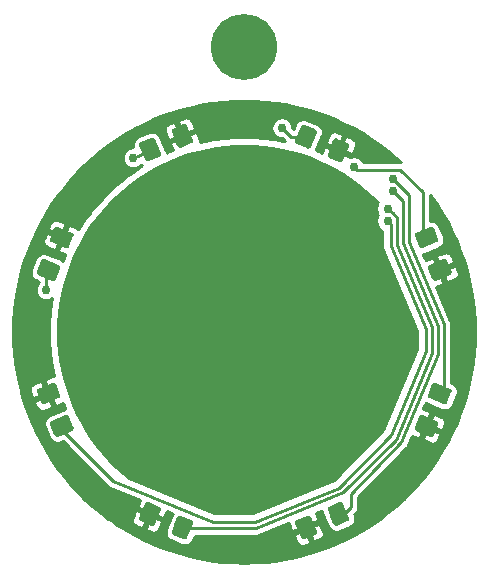
<source format=gtl>
G04 #@! TF.GenerationSoftware,KiCad,Pcbnew,(5.1.4)-1*
G04 #@! TF.CreationDate,2019-10-31T11:45:24-07:00*
G04 #@! TF.ProjectId,ruddblink,72756464-626c-4696-9e6b-2e6b69636164,A*
G04 #@! TF.SameCoordinates,Original*
G04 #@! TF.FileFunction,Copper,L1,Top*
G04 #@! TF.FilePolarity,Positive*
%FSLAX46Y46*%
G04 Gerber Fmt 4.6, Leading zero omitted, Abs format (unit mm)*
G04 Created by KiCad (PCBNEW (5.1.4)-1) date 2019-10-31 11:45:24*
%MOMM*%
%LPD*%
G04 APERTURE LIST*
%ADD10C,0.100000*%
%ADD11C,1.425000*%
%ADD12C,5.600000*%
%ADD13C,0.762000*%
%ADD14C,0.254000*%
G04 APERTURE END LIST*
D10*
G36*
X134474350Y-97864030D02*
G01*
X134498619Y-97867630D01*
X134522417Y-97873591D01*
X134545517Y-97881856D01*
X134567695Y-97892346D01*
X134588739Y-97904959D01*
X134608444Y-97919573D01*
X134626623Y-97936049D01*
X134643099Y-97954228D01*
X134657713Y-97973933D01*
X134670326Y-97994977D01*
X134680816Y-98017155D01*
X135159170Y-99172005D01*
X135167435Y-99195105D01*
X135173396Y-99218904D01*
X135176996Y-99243172D01*
X135178200Y-99267676D01*
X135176996Y-99292180D01*
X135173396Y-99316449D01*
X135167435Y-99340247D01*
X135159170Y-99363347D01*
X135148680Y-99385525D01*
X135136067Y-99406569D01*
X135121453Y-99426274D01*
X135104977Y-99444453D01*
X135086798Y-99460929D01*
X135067092Y-99475543D01*
X135046049Y-99488156D01*
X135023871Y-99498646D01*
X134169283Y-99852628D01*
X134146183Y-99860893D01*
X134122385Y-99866854D01*
X134098116Y-99870454D01*
X134073612Y-99871658D01*
X134049108Y-99870454D01*
X134024839Y-99866854D01*
X134001041Y-99860893D01*
X133977941Y-99852628D01*
X133955763Y-99842138D01*
X133934719Y-99829525D01*
X133915014Y-99814911D01*
X133896835Y-99798435D01*
X133880359Y-99780256D01*
X133865745Y-99760551D01*
X133853132Y-99739507D01*
X133842642Y-99717329D01*
X133364288Y-98562479D01*
X133356023Y-98539379D01*
X133350062Y-98515580D01*
X133346462Y-98491312D01*
X133345258Y-98466808D01*
X133346462Y-98442304D01*
X133350062Y-98418035D01*
X133356023Y-98394237D01*
X133364288Y-98371137D01*
X133374778Y-98348959D01*
X133387391Y-98327915D01*
X133402005Y-98308210D01*
X133418481Y-98290031D01*
X133436660Y-98273555D01*
X133456366Y-98258941D01*
X133477409Y-98246328D01*
X133499587Y-98235838D01*
X134354175Y-97881856D01*
X134377275Y-97873591D01*
X134401073Y-97867630D01*
X134425342Y-97864030D01*
X134449846Y-97862826D01*
X134474350Y-97864030D01*
X134474350Y-97864030D01*
G37*
D11*
X134261729Y-98867242D03*
D10*
G36*
X137222892Y-96725546D02*
G01*
X137247161Y-96729146D01*
X137270959Y-96735107D01*
X137294059Y-96743372D01*
X137316237Y-96753862D01*
X137337281Y-96766475D01*
X137356986Y-96781089D01*
X137375165Y-96797565D01*
X137391641Y-96815744D01*
X137406255Y-96835449D01*
X137418868Y-96856493D01*
X137429358Y-96878671D01*
X137907712Y-98033521D01*
X137915977Y-98056621D01*
X137921938Y-98080420D01*
X137925538Y-98104688D01*
X137926742Y-98129192D01*
X137925538Y-98153696D01*
X137921938Y-98177965D01*
X137915977Y-98201763D01*
X137907712Y-98224863D01*
X137897222Y-98247041D01*
X137884609Y-98268085D01*
X137869995Y-98287790D01*
X137853519Y-98305969D01*
X137835340Y-98322445D01*
X137815634Y-98337059D01*
X137794591Y-98349672D01*
X137772413Y-98360162D01*
X136917825Y-98714144D01*
X136894725Y-98722409D01*
X136870927Y-98728370D01*
X136846658Y-98731970D01*
X136822154Y-98733174D01*
X136797650Y-98731970D01*
X136773381Y-98728370D01*
X136749583Y-98722409D01*
X136726483Y-98714144D01*
X136704305Y-98703654D01*
X136683261Y-98691041D01*
X136663556Y-98676427D01*
X136645377Y-98659951D01*
X136628901Y-98641772D01*
X136614287Y-98622067D01*
X136601674Y-98601023D01*
X136591184Y-98578845D01*
X136112830Y-97423995D01*
X136104565Y-97400895D01*
X136098604Y-97377096D01*
X136095004Y-97352828D01*
X136093800Y-97328324D01*
X136095004Y-97303820D01*
X136098604Y-97279551D01*
X136104565Y-97255753D01*
X136112830Y-97232653D01*
X136123320Y-97210475D01*
X136135933Y-97189431D01*
X136150547Y-97169726D01*
X136167023Y-97151547D01*
X136185202Y-97135071D01*
X136204908Y-97120457D01*
X136225951Y-97107844D01*
X136248129Y-97097354D01*
X137102717Y-96743372D01*
X137125817Y-96735107D01*
X137149615Y-96729146D01*
X137173884Y-96725546D01*
X137198388Y-96724342D01*
X137222892Y-96725546D01*
X137222892Y-96725546D01*
G37*
D11*
X137010271Y-97728758D03*
D10*
G36*
X125292828Y-108155004D02*
G01*
X125317097Y-108158604D01*
X125340895Y-108164565D01*
X125363995Y-108172830D01*
X126518845Y-108651184D01*
X126541023Y-108661674D01*
X126562066Y-108674287D01*
X126581772Y-108688901D01*
X126599951Y-108705377D01*
X126616427Y-108723556D01*
X126631041Y-108743261D01*
X126643654Y-108764305D01*
X126654144Y-108786483D01*
X126662409Y-108809583D01*
X126668370Y-108833381D01*
X126671970Y-108857650D01*
X126673174Y-108882154D01*
X126671970Y-108906658D01*
X126668370Y-108930926D01*
X126662409Y-108954725D01*
X126654144Y-108977825D01*
X126300162Y-109832413D01*
X126289672Y-109854591D01*
X126277059Y-109875635D01*
X126262445Y-109895340D01*
X126245969Y-109913519D01*
X126227790Y-109929995D01*
X126208085Y-109944609D01*
X126187041Y-109957222D01*
X126164863Y-109967712D01*
X126141763Y-109975977D01*
X126117965Y-109981938D01*
X126093696Y-109985538D01*
X126069192Y-109986742D01*
X126044688Y-109985538D01*
X126020419Y-109981938D01*
X125996621Y-109975977D01*
X125973521Y-109967712D01*
X124818671Y-109489358D01*
X124796493Y-109478868D01*
X124775450Y-109466255D01*
X124755744Y-109451641D01*
X124737565Y-109435165D01*
X124721089Y-109416986D01*
X124706475Y-109397281D01*
X124693862Y-109376237D01*
X124683372Y-109354059D01*
X124675107Y-109330959D01*
X124669146Y-109307161D01*
X124665546Y-109282892D01*
X124664342Y-109258388D01*
X124665546Y-109233884D01*
X124669146Y-109209616D01*
X124675107Y-109185817D01*
X124683372Y-109162717D01*
X125037354Y-108308129D01*
X125047844Y-108285951D01*
X125060457Y-108264907D01*
X125075071Y-108245202D01*
X125091547Y-108227023D01*
X125109726Y-108210547D01*
X125129431Y-108195933D01*
X125150475Y-108183320D01*
X125172653Y-108172830D01*
X125195753Y-108164565D01*
X125219551Y-108158604D01*
X125243820Y-108155004D01*
X125268324Y-108153800D01*
X125292828Y-108155004D01*
X125292828Y-108155004D01*
G37*
D11*
X125668758Y-109070271D03*
D10*
G36*
X126431312Y-105406462D02*
G01*
X126455581Y-105410062D01*
X126479379Y-105416023D01*
X126502479Y-105424288D01*
X127657329Y-105902642D01*
X127679507Y-105913132D01*
X127700550Y-105925745D01*
X127720256Y-105940359D01*
X127738435Y-105956835D01*
X127754911Y-105975014D01*
X127769525Y-105994719D01*
X127782138Y-106015763D01*
X127792628Y-106037941D01*
X127800893Y-106061041D01*
X127806854Y-106084839D01*
X127810454Y-106109108D01*
X127811658Y-106133612D01*
X127810454Y-106158116D01*
X127806854Y-106182384D01*
X127800893Y-106206183D01*
X127792628Y-106229283D01*
X127438646Y-107083871D01*
X127428156Y-107106049D01*
X127415543Y-107127093D01*
X127400929Y-107146798D01*
X127384453Y-107164977D01*
X127366274Y-107181453D01*
X127346569Y-107196067D01*
X127325525Y-107208680D01*
X127303347Y-107219170D01*
X127280247Y-107227435D01*
X127256449Y-107233396D01*
X127232180Y-107236996D01*
X127207676Y-107238200D01*
X127183172Y-107236996D01*
X127158903Y-107233396D01*
X127135105Y-107227435D01*
X127112005Y-107219170D01*
X125957155Y-106740816D01*
X125934977Y-106730326D01*
X125913934Y-106717713D01*
X125894228Y-106703099D01*
X125876049Y-106686623D01*
X125859573Y-106668444D01*
X125844959Y-106648739D01*
X125832346Y-106627695D01*
X125821856Y-106605517D01*
X125813591Y-106582417D01*
X125807630Y-106558619D01*
X125804030Y-106534350D01*
X125802826Y-106509846D01*
X125804030Y-106485342D01*
X125807630Y-106461074D01*
X125813591Y-106437275D01*
X125821856Y-106414175D01*
X126175838Y-105559587D01*
X126186328Y-105537409D01*
X126198941Y-105516365D01*
X126213555Y-105496660D01*
X126230031Y-105478481D01*
X126248210Y-105462005D01*
X126267915Y-105447391D01*
X126288959Y-105434778D01*
X126311137Y-105424288D01*
X126334237Y-105416023D01*
X126358035Y-105410062D01*
X126382304Y-105406462D01*
X126406808Y-105405258D01*
X126431312Y-105406462D01*
X126431312Y-105406462D01*
G37*
D11*
X126807242Y-106321729D03*
D10*
G36*
X127232180Y-121363004D02*
G01*
X127256449Y-121366604D01*
X127280247Y-121372565D01*
X127303347Y-121380830D01*
X127325525Y-121391320D01*
X127346569Y-121403933D01*
X127366274Y-121418547D01*
X127384453Y-121435023D01*
X127400929Y-121453202D01*
X127415543Y-121472908D01*
X127428156Y-121493951D01*
X127438646Y-121516129D01*
X127792628Y-122370717D01*
X127800893Y-122393817D01*
X127806854Y-122417615D01*
X127810454Y-122441884D01*
X127811658Y-122466388D01*
X127810454Y-122490892D01*
X127806854Y-122515161D01*
X127800893Y-122538959D01*
X127792628Y-122562059D01*
X127782138Y-122584237D01*
X127769525Y-122605281D01*
X127754911Y-122624986D01*
X127738435Y-122643165D01*
X127720256Y-122659641D01*
X127700551Y-122674255D01*
X127679507Y-122686868D01*
X127657329Y-122697358D01*
X126502479Y-123175712D01*
X126479379Y-123183977D01*
X126455580Y-123189938D01*
X126431312Y-123193538D01*
X126406808Y-123194742D01*
X126382304Y-123193538D01*
X126358035Y-123189938D01*
X126334237Y-123183977D01*
X126311137Y-123175712D01*
X126288959Y-123165222D01*
X126267915Y-123152609D01*
X126248210Y-123137995D01*
X126230031Y-123121519D01*
X126213555Y-123103340D01*
X126198941Y-123083634D01*
X126186328Y-123062591D01*
X126175838Y-123040413D01*
X125821856Y-122185825D01*
X125813591Y-122162725D01*
X125807630Y-122138927D01*
X125804030Y-122114658D01*
X125802826Y-122090154D01*
X125804030Y-122065650D01*
X125807630Y-122041381D01*
X125813591Y-122017583D01*
X125821856Y-121994483D01*
X125832346Y-121972305D01*
X125844959Y-121951261D01*
X125859573Y-121931556D01*
X125876049Y-121913377D01*
X125894228Y-121896901D01*
X125913933Y-121882287D01*
X125934977Y-121869674D01*
X125957155Y-121859184D01*
X127112005Y-121380830D01*
X127135105Y-121372565D01*
X127158904Y-121366604D01*
X127183172Y-121363004D01*
X127207676Y-121361800D01*
X127232180Y-121363004D01*
X127232180Y-121363004D01*
G37*
D11*
X126807242Y-122278271D03*
D10*
G36*
X126093696Y-118614462D02*
G01*
X126117965Y-118618062D01*
X126141763Y-118624023D01*
X126164863Y-118632288D01*
X126187041Y-118642778D01*
X126208085Y-118655391D01*
X126227790Y-118670005D01*
X126245969Y-118686481D01*
X126262445Y-118704660D01*
X126277059Y-118724366D01*
X126289672Y-118745409D01*
X126300162Y-118767587D01*
X126654144Y-119622175D01*
X126662409Y-119645275D01*
X126668370Y-119669073D01*
X126671970Y-119693342D01*
X126673174Y-119717846D01*
X126671970Y-119742350D01*
X126668370Y-119766619D01*
X126662409Y-119790417D01*
X126654144Y-119813517D01*
X126643654Y-119835695D01*
X126631041Y-119856739D01*
X126616427Y-119876444D01*
X126599951Y-119894623D01*
X126581772Y-119911099D01*
X126562067Y-119925713D01*
X126541023Y-119938326D01*
X126518845Y-119948816D01*
X125363995Y-120427170D01*
X125340895Y-120435435D01*
X125317096Y-120441396D01*
X125292828Y-120444996D01*
X125268324Y-120446200D01*
X125243820Y-120444996D01*
X125219551Y-120441396D01*
X125195753Y-120435435D01*
X125172653Y-120427170D01*
X125150475Y-120416680D01*
X125129431Y-120404067D01*
X125109726Y-120389453D01*
X125091547Y-120372977D01*
X125075071Y-120354798D01*
X125060457Y-120335092D01*
X125047844Y-120314049D01*
X125037354Y-120291871D01*
X124683372Y-119437283D01*
X124675107Y-119414183D01*
X124669146Y-119390385D01*
X124665546Y-119366116D01*
X124664342Y-119341612D01*
X124665546Y-119317108D01*
X124669146Y-119292839D01*
X124675107Y-119269041D01*
X124683372Y-119245941D01*
X124693862Y-119223763D01*
X124706475Y-119202719D01*
X124721089Y-119183014D01*
X124737565Y-119164835D01*
X124755744Y-119148359D01*
X124775449Y-119133745D01*
X124796493Y-119121132D01*
X124818671Y-119110642D01*
X125973521Y-118632288D01*
X125996621Y-118624023D01*
X126020420Y-118618062D01*
X126044688Y-118614462D01*
X126069192Y-118613258D01*
X126093696Y-118614462D01*
X126093696Y-118614462D01*
G37*
D11*
X125668758Y-119529729D03*
D10*
G36*
X136846658Y-129868030D02*
G01*
X136870926Y-129871630D01*
X136894725Y-129877591D01*
X136917825Y-129885856D01*
X137772413Y-130239838D01*
X137794591Y-130250328D01*
X137815635Y-130262941D01*
X137835340Y-130277555D01*
X137853519Y-130294031D01*
X137869995Y-130312210D01*
X137884609Y-130331915D01*
X137897222Y-130352959D01*
X137907712Y-130375137D01*
X137915977Y-130398237D01*
X137921938Y-130422035D01*
X137925538Y-130446304D01*
X137926742Y-130470808D01*
X137925538Y-130495312D01*
X137921938Y-130519581D01*
X137915977Y-130543379D01*
X137907712Y-130566479D01*
X137429358Y-131721329D01*
X137418868Y-131743507D01*
X137406255Y-131764550D01*
X137391641Y-131784256D01*
X137375165Y-131802435D01*
X137356986Y-131818911D01*
X137337281Y-131833525D01*
X137316237Y-131846138D01*
X137294059Y-131856628D01*
X137270959Y-131864893D01*
X137247161Y-131870854D01*
X137222892Y-131874454D01*
X137198388Y-131875658D01*
X137173884Y-131874454D01*
X137149616Y-131870854D01*
X137125817Y-131864893D01*
X137102717Y-131856628D01*
X136248129Y-131502646D01*
X136225951Y-131492156D01*
X136204907Y-131479543D01*
X136185202Y-131464929D01*
X136167023Y-131448453D01*
X136150547Y-131430274D01*
X136135933Y-131410569D01*
X136123320Y-131389525D01*
X136112830Y-131367347D01*
X136104565Y-131344247D01*
X136098604Y-131320449D01*
X136095004Y-131296180D01*
X136093800Y-131271676D01*
X136095004Y-131247172D01*
X136098604Y-131222903D01*
X136104565Y-131199105D01*
X136112830Y-131176005D01*
X136591184Y-130021155D01*
X136601674Y-129998977D01*
X136614287Y-129977934D01*
X136628901Y-129958228D01*
X136645377Y-129940049D01*
X136663556Y-129923573D01*
X136683261Y-129908959D01*
X136704305Y-129896346D01*
X136726483Y-129885856D01*
X136749583Y-129877591D01*
X136773381Y-129871630D01*
X136797650Y-129868030D01*
X136822154Y-129866826D01*
X136846658Y-129868030D01*
X136846658Y-129868030D01*
G37*
D11*
X137010271Y-130871242D03*
D10*
G36*
X134098116Y-128729546D02*
G01*
X134122384Y-128733146D01*
X134146183Y-128739107D01*
X134169283Y-128747372D01*
X135023871Y-129101354D01*
X135046049Y-129111844D01*
X135067093Y-129124457D01*
X135086798Y-129139071D01*
X135104977Y-129155547D01*
X135121453Y-129173726D01*
X135136067Y-129193431D01*
X135148680Y-129214475D01*
X135159170Y-129236653D01*
X135167435Y-129259753D01*
X135173396Y-129283551D01*
X135176996Y-129307820D01*
X135178200Y-129332324D01*
X135176996Y-129356828D01*
X135173396Y-129381097D01*
X135167435Y-129404895D01*
X135159170Y-129427995D01*
X134680816Y-130582845D01*
X134670326Y-130605023D01*
X134657713Y-130626066D01*
X134643099Y-130645772D01*
X134626623Y-130663951D01*
X134608444Y-130680427D01*
X134588739Y-130695041D01*
X134567695Y-130707654D01*
X134545517Y-130718144D01*
X134522417Y-130726409D01*
X134498619Y-130732370D01*
X134474350Y-130735970D01*
X134449846Y-130737174D01*
X134425342Y-130735970D01*
X134401074Y-130732370D01*
X134377275Y-130726409D01*
X134354175Y-130718144D01*
X133499587Y-130364162D01*
X133477409Y-130353672D01*
X133456365Y-130341059D01*
X133436660Y-130326445D01*
X133418481Y-130309969D01*
X133402005Y-130291790D01*
X133387391Y-130272085D01*
X133374778Y-130251041D01*
X133364288Y-130228863D01*
X133356023Y-130205763D01*
X133350062Y-130181965D01*
X133346462Y-130157696D01*
X133345258Y-130133192D01*
X133346462Y-130108688D01*
X133350062Y-130084419D01*
X133356023Y-130060621D01*
X133364288Y-130037521D01*
X133842642Y-128882671D01*
X133853132Y-128860493D01*
X133865745Y-128839450D01*
X133880359Y-128819744D01*
X133896835Y-128801565D01*
X133915014Y-128785089D01*
X133934719Y-128770475D01*
X133955763Y-128757862D01*
X133977941Y-128747372D01*
X134001041Y-128739107D01*
X134024839Y-128733146D01*
X134049108Y-128729546D01*
X134073612Y-128728342D01*
X134098116Y-128729546D01*
X134098116Y-128729546D01*
G37*
D11*
X134261729Y-129732758D03*
D10*
G36*
X150430892Y-128729546D02*
G01*
X150455161Y-128733146D01*
X150478959Y-128739107D01*
X150502059Y-128747372D01*
X150524237Y-128757862D01*
X150545281Y-128770475D01*
X150564986Y-128785089D01*
X150583165Y-128801565D01*
X150599641Y-128819744D01*
X150614255Y-128839449D01*
X150626868Y-128860493D01*
X150637358Y-128882671D01*
X151115712Y-130037521D01*
X151123977Y-130060621D01*
X151129938Y-130084420D01*
X151133538Y-130108688D01*
X151134742Y-130133192D01*
X151133538Y-130157696D01*
X151129938Y-130181965D01*
X151123977Y-130205763D01*
X151115712Y-130228863D01*
X151105222Y-130251041D01*
X151092609Y-130272085D01*
X151077995Y-130291790D01*
X151061519Y-130309969D01*
X151043340Y-130326445D01*
X151023634Y-130341059D01*
X151002591Y-130353672D01*
X150980413Y-130364162D01*
X150125825Y-130718144D01*
X150102725Y-130726409D01*
X150078927Y-130732370D01*
X150054658Y-130735970D01*
X150030154Y-130737174D01*
X150005650Y-130735970D01*
X149981381Y-130732370D01*
X149957583Y-130726409D01*
X149934483Y-130718144D01*
X149912305Y-130707654D01*
X149891261Y-130695041D01*
X149871556Y-130680427D01*
X149853377Y-130663951D01*
X149836901Y-130645772D01*
X149822287Y-130626067D01*
X149809674Y-130605023D01*
X149799184Y-130582845D01*
X149320830Y-129427995D01*
X149312565Y-129404895D01*
X149306604Y-129381096D01*
X149303004Y-129356828D01*
X149301800Y-129332324D01*
X149303004Y-129307820D01*
X149306604Y-129283551D01*
X149312565Y-129259753D01*
X149320830Y-129236653D01*
X149331320Y-129214475D01*
X149343933Y-129193431D01*
X149358547Y-129173726D01*
X149375023Y-129155547D01*
X149393202Y-129139071D01*
X149412908Y-129124457D01*
X149433951Y-129111844D01*
X149456129Y-129101354D01*
X150310717Y-128747372D01*
X150333817Y-128739107D01*
X150357615Y-128733146D01*
X150381884Y-128729546D01*
X150406388Y-128728342D01*
X150430892Y-128729546D01*
X150430892Y-128729546D01*
G37*
D11*
X150218271Y-129732758D03*
D10*
G36*
X147682350Y-129868030D02*
G01*
X147706619Y-129871630D01*
X147730417Y-129877591D01*
X147753517Y-129885856D01*
X147775695Y-129896346D01*
X147796739Y-129908959D01*
X147816444Y-129923573D01*
X147834623Y-129940049D01*
X147851099Y-129958228D01*
X147865713Y-129977933D01*
X147878326Y-129998977D01*
X147888816Y-130021155D01*
X148367170Y-131176005D01*
X148375435Y-131199105D01*
X148381396Y-131222904D01*
X148384996Y-131247172D01*
X148386200Y-131271676D01*
X148384996Y-131296180D01*
X148381396Y-131320449D01*
X148375435Y-131344247D01*
X148367170Y-131367347D01*
X148356680Y-131389525D01*
X148344067Y-131410569D01*
X148329453Y-131430274D01*
X148312977Y-131448453D01*
X148294798Y-131464929D01*
X148275092Y-131479543D01*
X148254049Y-131492156D01*
X148231871Y-131502646D01*
X147377283Y-131856628D01*
X147354183Y-131864893D01*
X147330385Y-131870854D01*
X147306116Y-131874454D01*
X147281612Y-131875658D01*
X147257108Y-131874454D01*
X147232839Y-131870854D01*
X147209041Y-131864893D01*
X147185941Y-131856628D01*
X147163763Y-131846138D01*
X147142719Y-131833525D01*
X147123014Y-131818911D01*
X147104835Y-131802435D01*
X147088359Y-131784256D01*
X147073745Y-131764551D01*
X147061132Y-131743507D01*
X147050642Y-131721329D01*
X146572288Y-130566479D01*
X146564023Y-130543379D01*
X146558062Y-130519580D01*
X146554462Y-130495312D01*
X146553258Y-130470808D01*
X146554462Y-130446304D01*
X146558062Y-130422035D01*
X146564023Y-130398237D01*
X146572288Y-130375137D01*
X146582778Y-130352959D01*
X146595391Y-130331915D01*
X146610005Y-130312210D01*
X146626481Y-130294031D01*
X146644660Y-130277555D01*
X146664366Y-130262941D01*
X146685409Y-130250328D01*
X146707587Y-130239838D01*
X147562175Y-129885856D01*
X147585275Y-129877591D01*
X147609073Y-129871630D01*
X147633342Y-129868030D01*
X147657846Y-129866826D01*
X147682350Y-129868030D01*
X147682350Y-129868030D01*
G37*
D11*
X147469729Y-130871242D03*
D10*
G36*
X158435312Y-118614462D02*
G01*
X158459581Y-118618062D01*
X158483379Y-118624023D01*
X158506479Y-118632288D01*
X159661329Y-119110642D01*
X159683507Y-119121132D01*
X159704550Y-119133745D01*
X159724256Y-119148359D01*
X159742435Y-119164835D01*
X159758911Y-119183014D01*
X159773525Y-119202719D01*
X159786138Y-119223763D01*
X159796628Y-119245941D01*
X159804893Y-119269041D01*
X159810854Y-119292839D01*
X159814454Y-119317108D01*
X159815658Y-119341612D01*
X159814454Y-119366116D01*
X159810854Y-119390384D01*
X159804893Y-119414183D01*
X159796628Y-119437283D01*
X159442646Y-120291871D01*
X159432156Y-120314049D01*
X159419543Y-120335093D01*
X159404929Y-120354798D01*
X159388453Y-120372977D01*
X159370274Y-120389453D01*
X159350569Y-120404067D01*
X159329525Y-120416680D01*
X159307347Y-120427170D01*
X159284247Y-120435435D01*
X159260449Y-120441396D01*
X159236180Y-120444996D01*
X159211676Y-120446200D01*
X159187172Y-120444996D01*
X159162903Y-120441396D01*
X159139105Y-120435435D01*
X159116005Y-120427170D01*
X157961155Y-119948816D01*
X157938977Y-119938326D01*
X157917934Y-119925713D01*
X157898228Y-119911099D01*
X157880049Y-119894623D01*
X157863573Y-119876444D01*
X157848959Y-119856739D01*
X157836346Y-119835695D01*
X157825856Y-119813517D01*
X157817591Y-119790417D01*
X157811630Y-119766619D01*
X157808030Y-119742350D01*
X157806826Y-119717846D01*
X157808030Y-119693342D01*
X157811630Y-119669074D01*
X157817591Y-119645275D01*
X157825856Y-119622175D01*
X158179838Y-118767587D01*
X158190328Y-118745409D01*
X158202941Y-118724365D01*
X158217555Y-118704660D01*
X158234031Y-118686481D01*
X158252210Y-118670005D01*
X158271915Y-118655391D01*
X158292959Y-118642778D01*
X158315137Y-118632288D01*
X158338237Y-118624023D01*
X158362035Y-118618062D01*
X158386304Y-118614462D01*
X158410808Y-118613258D01*
X158435312Y-118614462D01*
X158435312Y-118614462D01*
G37*
D11*
X158811242Y-119529729D03*
D10*
G36*
X157296828Y-121363004D02*
G01*
X157321097Y-121366604D01*
X157344895Y-121372565D01*
X157367995Y-121380830D01*
X158522845Y-121859184D01*
X158545023Y-121869674D01*
X158566066Y-121882287D01*
X158585772Y-121896901D01*
X158603951Y-121913377D01*
X158620427Y-121931556D01*
X158635041Y-121951261D01*
X158647654Y-121972305D01*
X158658144Y-121994483D01*
X158666409Y-122017583D01*
X158672370Y-122041381D01*
X158675970Y-122065650D01*
X158677174Y-122090154D01*
X158675970Y-122114658D01*
X158672370Y-122138926D01*
X158666409Y-122162725D01*
X158658144Y-122185825D01*
X158304162Y-123040413D01*
X158293672Y-123062591D01*
X158281059Y-123083635D01*
X158266445Y-123103340D01*
X158249969Y-123121519D01*
X158231790Y-123137995D01*
X158212085Y-123152609D01*
X158191041Y-123165222D01*
X158168863Y-123175712D01*
X158145763Y-123183977D01*
X158121965Y-123189938D01*
X158097696Y-123193538D01*
X158073192Y-123194742D01*
X158048688Y-123193538D01*
X158024419Y-123189938D01*
X158000621Y-123183977D01*
X157977521Y-123175712D01*
X156822671Y-122697358D01*
X156800493Y-122686868D01*
X156779450Y-122674255D01*
X156759744Y-122659641D01*
X156741565Y-122643165D01*
X156725089Y-122624986D01*
X156710475Y-122605281D01*
X156697862Y-122584237D01*
X156687372Y-122562059D01*
X156679107Y-122538959D01*
X156673146Y-122515161D01*
X156669546Y-122490892D01*
X156668342Y-122466388D01*
X156669546Y-122441884D01*
X156673146Y-122417616D01*
X156679107Y-122393817D01*
X156687372Y-122370717D01*
X157041354Y-121516129D01*
X157051844Y-121493951D01*
X157064457Y-121472907D01*
X157079071Y-121453202D01*
X157095547Y-121435023D01*
X157113726Y-121418547D01*
X157133431Y-121403933D01*
X157154475Y-121391320D01*
X157176653Y-121380830D01*
X157199753Y-121372565D01*
X157223551Y-121366604D01*
X157247820Y-121363004D01*
X157272324Y-121361800D01*
X157296828Y-121363004D01*
X157296828Y-121363004D01*
G37*
D11*
X157672758Y-122278271D03*
D10*
G36*
X158097696Y-105406462D02*
G01*
X158121965Y-105410062D01*
X158145763Y-105416023D01*
X158168863Y-105424288D01*
X158191041Y-105434778D01*
X158212085Y-105447391D01*
X158231790Y-105462005D01*
X158249969Y-105478481D01*
X158266445Y-105496660D01*
X158281059Y-105516366D01*
X158293672Y-105537409D01*
X158304162Y-105559587D01*
X158658144Y-106414175D01*
X158666409Y-106437275D01*
X158672370Y-106461073D01*
X158675970Y-106485342D01*
X158677174Y-106509846D01*
X158675970Y-106534350D01*
X158672370Y-106558619D01*
X158666409Y-106582417D01*
X158658144Y-106605517D01*
X158647654Y-106627695D01*
X158635041Y-106648739D01*
X158620427Y-106668444D01*
X158603951Y-106686623D01*
X158585772Y-106703099D01*
X158566067Y-106717713D01*
X158545023Y-106730326D01*
X158522845Y-106740816D01*
X157367995Y-107219170D01*
X157344895Y-107227435D01*
X157321096Y-107233396D01*
X157296828Y-107236996D01*
X157272324Y-107238200D01*
X157247820Y-107236996D01*
X157223551Y-107233396D01*
X157199753Y-107227435D01*
X157176653Y-107219170D01*
X157154475Y-107208680D01*
X157133431Y-107196067D01*
X157113726Y-107181453D01*
X157095547Y-107164977D01*
X157079071Y-107146798D01*
X157064457Y-107127092D01*
X157051844Y-107106049D01*
X157041354Y-107083871D01*
X156687372Y-106229283D01*
X156679107Y-106206183D01*
X156673146Y-106182385D01*
X156669546Y-106158116D01*
X156668342Y-106133612D01*
X156669546Y-106109108D01*
X156673146Y-106084839D01*
X156679107Y-106061041D01*
X156687372Y-106037941D01*
X156697862Y-106015763D01*
X156710475Y-105994719D01*
X156725089Y-105975014D01*
X156741565Y-105956835D01*
X156759744Y-105940359D01*
X156779449Y-105925745D01*
X156800493Y-105913132D01*
X156822671Y-105902642D01*
X157977521Y-105424288D01*
X158000621Y-105416023D01*
X158024420Y-105410062D01*
X158048688Y-105406462D01*
X158073192Y-105405258D01*
X158097696Y-105406462D01*
X158097696Y-105406462D01*
G37*
D11*
X157672758Y-106321729D03*
D10*
G36*
X159236180Y-108155004D02*
G01*
X159260449Y-108158604D01*
X159284247Y-108164565D01*
X159307347Y-108172830D01*
X159329525Y-108183320D01*
X159350569Y-108195933D01*
X159370274Y-108210547D01*
X159388453Y-108227023D01*
X159404929Y-108245202D01*
X159419543Y-108264908D01*
X159432156Y-108285951D01*
X159442646Y-108308129D01*
X159796628Y-109162717D01*
X159804893Y-109185817D01*
X159810854Y-109209615D01*
X159814454Y-109233884D01*
X159815658Y-109258388D01*
X159814454Y-109282892D01*
X159810854Y-109307161D01*
X159804893Y-109330959D01*
X159796628Y-109354059D01*
X159786138Y-109376237D01*
X159773525Y-109397281D01*
X159758911Y-109416986D01*
X159742435Y-109435165D01*
X159724256Y-109451641D01*
X159704551Y-109466255D01*
X159683507Y-109478868D01*
X159661329Y-109489358D01*
X158506479Y-109967712D01*
X158483379Y-109975977D01*
X158459580Y-109981938D01*
X158435312Y-109985538D01*
X158410808Y-109986742D01*
X158386304Y-109985538D01*
X158362035Y-109981938D01*
X158338237Y-109975977D01*
X158315137Y-109967712D01*
X158292959Y-109957222D01*
X158271915Y-109944609D01*
X158252210Y-109929995D01*
X158234031Y-109913519D01*
X158217555Y-109895340D01*
X158202941Y-109875634D01*
X158190328Y-109854591D01*
X158179838Y-109832413D01*
X157825856Y-108977825D01*
X157817591Y-108954725D01*
X157811630Y-108930927D01*
X157808030Y-108906658D01*
X157806826Y-108882154D01*
X157808030Y-108857650D01*
X157811630Y-108833381D01*
X157817591Y-108809583D01*
X157825856Y-108786483D01*
X157836346Y-108764305D01*
X157848959Y-108743261D01*
X157863573Y-108723556D01*
X157880049Y-108705377D01*
X157898228Y-108688901D01*
X157917933Y-108674287D01*
X157938977Y-108661674D01*
X157961155Y-108651184D01*
X159116005Y-108172830D01*
X159139105Y-108164565D01*
X159162904Y-108158604D01*
X159187172Y-108155004D01*
X159211676Y-108153800D01*
X159236180Y-108155004D01*
X159236180Y-108155004D01*
G37*
D11*
X158811242Y-109070271D03*
D10*
G36*
X147306116Y-96786788D02*
G01*
X147330384Y-96790388D01*
X147354183Y-96796349D01*
X147377283Y-96804614D01*
X148231871Y-97158596D01*
X148254049Y-97169086D01*
X148275093Y-97181699D01*
X148294798Y-97196313D01*
X148312977Y-97212789D01*
X148329453Y-97230968D01*
X148344067Y-97250673D01*
X148356680Y-97271717D01*
X148367170Y-97293895D01*
X148375435Y-97316995D01*
X148381396Y-97340793D01*
X148384996Y-97365062D01*
X148386200Y-97389566D01*
X148384996Y-97414070D01*
X148381396Y-97438339D01*
X148375435Y-97462137D01*
X148367170Y-97485237D01*
X147888816Y-98640087D01*
X147878326Y-98662265D01*
X147865713Y-98683308D01*
X147851099Y-98703014D01*
X147834623Y-98721193D01*
X147816444Y-98737669D01*
X147796739Y-98752283D01*
X147775695Y-98764896D01*
X147753517Y-98775386D01*
X147730417Y-98783651D01*
X147706619Y-98789612D01*
X147682350Y-98793212D01*
X147657846Y-98794416D01*
X147633342Y-98793212D01*
X147609074Y-98789612D01*
X147585275Y-98783651D01*
X147562175Y-98775386D01*
X146707587Y-98421404D01*
X146685409Y-98410914D01*
X146664365Y-98398301D01*
X146644660Y-98383687D01*
X146626481Y-98367211D01*
X146610005Y-98349032D01*
X146595391Y-98329327D01*
X146582778Y-98308283D01*
X146572288Y-98286105D01*
X146564023Y-98263005D01*
X146558062Y-98239207D01*
X146554462Y-98214938D01*
X146553258Y-98190434D01*
X146554462Y-98165930D01*
X146558062Y-98141661D01*
X146564023Y-98117863D01*
X146572288Y-98094763D01*
X147050642Y-96939913D01*
X147061132Y-96917735D01*
X147073745Y-96896692D01*
X147088359Y-96876986D01*
X147104835Y-96858807D01*
X147123014Y-96842331D01*
X147142719Y-96827717D01*
X147163763Y-96815104D01*
X147185941Y-96804614D01*
X147209041Y-96796349D01*
X147232839Y-96790388D01*
X147257108Y-96786788D01*
X147281612Y-96785584D01*
X147306116Y-96786788D01*
X147306116Y-96786788D01*
G37*
D11*
X147469729Y-97790000D03*
D10*
G36*
X150054658Y-97925272D02*
G01*
X150078926Y-97928872D01*
X150102725Y-97934833D01*
X150125825Y-97943098D01*
X150980413Y-98297080D01*
X151002591Y-98307570D01*
X151023635Y-98320183D01*
X151043340Y-98334797D01*
X151061519Y-98351273D01*
X151077995Y-98369452D01*
X151092609Y-98389157D01*
X151105222Y-98410201D01*
X151115712Y-98432379D01*
X151123977Y-98455479D01*
X151129938Y-98479277D01*
X151133538Y-98503546D01*
X151134742Y-98528050D01*
X151133538Y-98552554D01*
X151129938Y-98576823D01*
X151123977Y-98600621D01*
X151115712Y-98623721D01*
X150637358Y-99778571D01*
X150626868Y-99800749D01*
X150614255Y-99821792D01*
X150599641Y-99841498D01*
X150583165Y-99859677D01*
X150564986Y-99876153D01*
X150545281Y-99890767D01*
X150524237Y-99903380D01*
X150502059Y-99913870D01*
X150478959Y-99922135D01*
X150455161Y-99928096D01*
X150430892Y-99931696D01*
X150406388Y-99932900D01*
X150381884Y-99931696D01*
X150357616Y-99928096D01*
X150333817Y-99922135D01*
X150310717Y-99913870D01*
X149456129Y-99559888D01*
X149433951Y-99549398D01*
X149412907Y-99536785D01*
X149393202Y-99522171D01*
X149375023Y-99505695D01*
X149358547Y-99487516D01*
X149343933Y-99467811D01*
X149331320Y-99446767D01*
X149320830Y-99424589D01*
X149312565Y-99401489D01*
X149306604Y-99377691D01*
X149303004Y-99353422D01*
X149301800Y-99328918D01*
X149303004Y-99304414D01*
X149306604Y-99280145D01*
X149312565Y-99256347D01*
X149320830Y-99233247D01*
X149799184Y-98078397D01*
X149809674Y-98056219D01*
X149822287Y-98035176D01*
X149836901Y-98015470D01*
X149853377Y-97997291D01*
X149871556Y-97980815D01*
X149891261Y-97966201D01*
X149912305Y-97953588D01*
X149934483Y-97943098D01*
X149957583Y-97934833D01*
X149981381Y-97928872D01*
X150005650Y-97925272D01*
X150030154Y-97924068D01*
X150054658Y-97925272D01*
X150054658Y-97925272D01*
G37*
D11*
X150218271Y-98928484D03*
D12*
X142240000Y-90170000D03*
D13*
X160655000Y-113030000D03*
X124079000Y-116779000D03*
X145445835Y-97028000D03*
X151511000Y-100330000D03*
X154818098Y-101346000D03*
X154813000Y-102362000D03*
X154432000Y-103885990D03*
X154432000Y-104902000D03*
X125476000Y-110744000D03*
X132842000Y-99568000D03*
D14*
X145826834Y-97408999D02*
X145445835Y-97028000D01*
X146207835Y-97790000D02*
X145826834Y-97408999D01*
X147447000Y-97790000D02*
X146207835Y-97790000D01*
X157353000Y-106045000D02*
X157607000Y-106299000D01*
X157353000Y-102489000D02*
X157353000Y-106045000D01*
X155448000Y-100584000D02*
X157353000Y-102489000D01*
X151511000Y-100330000D02*
X151765000Y-100584000D01*
X151765000Y-100584000D02*
X155448000Y-100584000D01*
X156224598Y-102752500D02*
X154818098Y-101346000D01*
X156224598Y-106665402D02*
X156224598Y-102752500D01*
X159131000Y-113665000D02*
X156224598Y-106665402D01*
X158877000Y-119634000D02*
X159131000Y-119380000D01*
X159131000Y-119380000D02*
X159131000Y-113665000D01*
X155702000Y-103251000D02*
X154813000Y-102362000D01*
X155702000Y-106807000D02*
X155702000Y-103251000D01*
X151257000Y-129159000D02*
X151257000Y-128016000D01*
X150368000Y-130048000D02*
X151257000Y-129159000D01*
X151257000Y-128016000D02*
X155540254Y-123663254D01*
X155540254Y-123663254D02*
X158623000Y-116205000D01*
X158623000Y-116205000D02*
X158623000Y-113792000D01*
X158623000Y-113792000D02*
X155702000Y-106807000D01*
X155067000Y-123444000D02*
X158115000Y-116078000D01*
X154812999Y-104266989D02*
X154432000Y-103885990D01*
X136652000Y-130937000D02*
X143256000Y-130937000D01*
X158115000Y-116078000D02*
X158115000Y-113919000D01*
X143256000Y-130937000D02*
X150622000Y-127889000D01*
X150622000Y-127889000D02*
X155067000Y-123444000D01*
X158115000Y-113919000D02*
X155194000Y-106934000D01*
X155194000Y-106934000D02*
X155194000Y-104647990D01*
X155194000Y-104647990D02*
X154812999Y-104266989D01*
X139573000Y-130429000D02*
X131130388Y-126939388D01*
X131130388Y-126939388D02*
X126746000Y-122555000D01*
X143129000Y-130429000D02*
X139573000Y-130429000D01*
X154686000Y-123063000D02*
X150241000Y-127508000D01*
X154434629Y-104904629D02*
X154686000Y-105156000D01*
X154686000Y-105156000D02*
X154686000Y-107061000D01*
X154686000Y-107061000D02*
X157607000Y-114046000D01*
X150241000Y-127508000D02*
X143129000Y-130429000D01*
X157607000Y-114046000D02*
X157607000Y-115951000D01*
X126746000Y-122555000D02*
X126746000Y-122682000D01*
X157607000Y-115951000D02*
X154686000Y-123063000D01*
X125476000Y-109263029D02*
X125476000Y-110744000D01*
X125668758Y-109070271D02*
X125476000Y-109263029D01*
X134366000Y-99441000D02*
X134366000Y-98933000D01*
X134620000Y-98806000D02*
X132842000Y-99568000D01*
X134261729Y-98867242D02*
X134620000Y-98806000D01*
G36*
X143117472Y-94761725D02*
G01*
X143993164Y-94820766D01*
X144865331Y-94919036D01*
X145732194Y-95056334D01*
X146592055Y-95232391D01*
X147443156Y-95446849D01*
X148283737Y-95699264D01*
X149112172Y-95989147D01*
X149926769Y-96315905D01*
X150725886Y-96678881D01*
X151507911Y-97077342D01*
X152271270Y-97510487D01*
X153014435Y-97977449D01*
X153735885Y-98477270D01*
X154434187Y-99008959D01*
X155107947Y-99571454D01*
X155526047Y-99953615D01*
X155479192Y-99949000D01*
X155479181Y-99949000D01*
X155448000Y-99945929D01*
X155416819Y-99949000D01*
X152315431Y-99949000D01*
X152298821Y-99908901D01*
X152201531Y-99763296D01*
X152077704Y-99639469D01*
X151932099Y-99542179D01*
X151770312Y-99475164D01*
X151598559Y-99441000D01*
X151423441Y-99441000D01*
X151251688Y-99475164D01*
X151194288Y-99498940D01*
X151179932Y-99464281D01*
X150287003Y-99094417D01*
X150279349Y-99112895D01*
X150044684Y-99015694D01*
X150052338Y-98997216D01*
X149720471Y-98859752D01*
X150384204Y-98859752D01*
X151277134Y-99229616D01*
X151443068Y-99160884D01*
X151682985Y-98588095D01*
X151712033Y-98492337D01*
X151721842Y-98392751D01*
X151712032Y-98293166D01*
X151682984Y-98197408D01*
X151635813Y-98109156D01*
X151572332Y-98031803D01*
X151494978Y-97968321D01*
X151406727Y-97921150D01*
X150982188Y-97747960D01*
X150816254Y-97816692D01*
X150384204Y-98859752D01*
X149720471Y-98859752D01*
X149159408Y-98627352D01*
X148993474Y-98696084D01*
X148802673Y-99151610D01*
X148765517Y-99134538D01*
X148735952Y-99121850D01*
X148300332Y-98947842D01*
X148360417Y-98835430D01*
X148612538Y-98226753D01*
X149187878Y-98226753D01*
X149256610Y-98392687D01*
X150149539Y-98762551D01*
X150581589Y-97719491D01*
X150512857Y-97553557D01*
X150090199Y-97375826D01*
X149994441Y-97346778D01*
X149894855Y-97336969D01*
X149795270Y-97346778D01*
X149699511Y-97375826D01*
X149611260Y-97422998D01*
X149533906Y-97486479D01*
X149470424Y-97563832D01*
X149423253Y-97652084D01*
X149187878Y-98226753D01*
X148612538Y-98226753D01*
X148838771Y-97680580D01*
X148882045Y-97537924D01*
X148896657Y-97389566D01*
X148882045Y-97241208D01*
X148838771Y-97098552D01*
X148768497Y-96967079D01*
X148673924Y-96851842D01*
X148558687Y-96757269D01*
X148427214Y-96686995D01*
X147572626Y-96333013D01*
X147429970Y-96289739D01*
X147281612Y-96275127D01*
X147133254Y-96289739D01*
X146990597Y-96333013D01*
X146859124Y-96403287D01*
X146743887Y-96497860D01*
X146649315Y-96613097D01*
X146579041Y-96744570D01*
X146427143Y-97111284D01*
X146334835Y-97018976D01*
X146334835Y-96940441D01*
X146300671Y-96768688D01*
X146233656Y-96606901D01*
X146136366Y-96461296D01*
X146012539Y-96337469D01*
X145866934Y-96240179D01*
X145705147Y-96173164D01*
X145533394Y-96139000D01*
X145358276Y-96139000D01*
X145186523Y-96173164D01*
X145024736Y-96240179D01*
X144879131Y-96337469D01*
X144755304Y-96461296D01*
X144658014Y-96606901D01*
X144590999Y-96768688D01*
X144556835Y-96940441D01*
X144556835Y-97115559D01*
X144590999Y-97287312D01*
X144658014Y-97449099D01*
X144755304Y-97594704D01*
X144879131Y-97718531D01*
X145024736Y-97815821D01*
X145186523Y-97882836D01*
X145358276Y-97917000D01*
X145436811Y-97917000D01*
X145672981Y-98153171D01*
X145579155Y-98131398D01*
X145547641Y-98124922D01*
X144755943Y-97983025D01*
X144724141Y-97978153D01*
X143926272Y-97876537D01*
X143894265Y-97873282D01*
X143092274Y-97812208D01*
X143060142Y-97810579D01*
X142256086Y-97790204D01*
X142223914Y-97790204D01*
X141419858Y-97810579D01*
X141387726Y-97812208D01*
X140585735Y-97873282D01*
X140553728Y-97876537D01*
X139755859Y-97978153D01*
X139724057Y-97983025D01*
X138932359Y-98124922D01*
X138900845Y-98131398D01*
X138509674Y-98222171D01*
X138504033Y-98164905D01*
X138474985Y-98069147D01*
X138235068Y-97496358D01*
X138069134Y-97427626D01*
X137176204Y-97797490D01*
X137183858Y-97815968D01*
X136949193Y-97913169D01*
X136941539Y-97894691D01*
X136048610Y-98264555D01*
X135979878Y-98430489D01*
X136190075Y-98943685D01*
X135744048Y-99121850D01*
X135714483Y-99134538D01*
X135677230Y-99151655D01*
X135674045Y-99119318D01*
X135630771Y-98976662D01*
X135152417Y-97821812D01*
X135082143Y-97690339D01*
X134987570Y-97575102D01*
X134872333Y-97480529D01*
X134740860Y-97410255D01*
X134598204Y-97366981D01*
X134449846Y-97352369D01*
X134301488Y-97366981D01*
X134158832Y-97410255D01*
X133304244Y-97764237D01*
X133172771Y-97834511D01*
X133057534Y-97929083D01*
X132962961Y-98044320D01*
X132892687Y-98175793D01*
X132849413Y-98318450D01*
X132834801Y-98466808D01*
X132849413Y-98615166D01*
X132868777Y-98679000D01*
X132754441Y-98679000D01*
X132582688Y-98713164D01*
X132420901Y-98780179D01*
X132275296Y-98877469D01*
X132151469Y-99001296D01*
X132054179Y-99146901D01*
X131987164Y-99308688D01*
X131953000Y-99480441D01*
X131953000Y-99655559D01*
X131987164Y-99827312D01*
X132054179Y-99989099D01*
X132151469Y-100134704D01*
X132275296Y-100258531D01*
X132420901Y-100355821D01*
X132582688Y-100422836D01*
X132754441Y-100457000D01*
X132929559Y-100457000D01*
X133101312Y-100422836D01*
X133263099Y-100355821D01*
X133408704Y-100258531D01*
X133523251Y-100143984D01*
X133535888Y-100159382D01*
X133615459Y-100224685D01*
X133520563Y-100280547D01*
X133493260Y-100297565D01*
X132821681Y-100740173D01*
X132795275Y-100758552D01*
X132146976Y-101234607D01*
X132121535Y-101254300D01*
X131498179Y-101762580D01*
X131473768Y-101783536D01*
X130876956Y-102322736D01*
X130853637Y-102344902D01*
X130284902Y-102913637D01*
X130262736Y-102936956D01*
X129723536Y-103533768D01*
X129702580Y-103558179D01*
X129194300Y-104181535D01*
X129174607Y-104206976D01*
X128698552Y-104855275D01*
X128680173Y-104881681D01*
X128237565Y-105553260D01*
X128220547Y-105580563D01*
X128207351Y-105602980D01*
X128171894Y-105573882D01*
X128083642Y-105526711D01*
X127508973Y-105291336D01*
X127343039Y-105360068D01*
X126973175Y-106252997D01*
X126991653Y-106260651D01*
X126894452Y-106495316D01*
X126875974Y-106487662D01*
X126506110Y-107380592D01*
X126574842Y-107546526D01*
X127081726Y-107758838D01*
X127074538Y-107774483D01*
X127061850Y-107804048D01*
X126874363Y-108273412D01*
X126845661Y-108249857D01*
X126714188Y-108179583D01*
X125559338Y-107701229D01*
X125416682Y-107657955D01*
X125268324Y-107643343D01*
X125119966Y-107657955D01*
X124977310Y-107701229D01*
X124845837Y-107771503D01*
X124730600Y-107866076D01*
X124636027Y-107981313D01*
X124565753Y-108112786D01*
X124211771Y-108967374D01*
X124168497Y-109110030D01*
X124153885Y-109258388D01*
X124168497Y-109406746D01*
X124211771Y-109549403D01*
X124282045Y-109680876D01*
X124376618Y-109796113D01*
X124491855Y-109890685D01*
X124623328Y-109960959D01*
X124841001Y-110051122D01*
X124841001Y-110121764D01*
X124785469Y-110177296D01*
X124688179Y-110322901D01*
X124621164Y-110484688D01*
X124587000Y-110656441D01*
X124587000Y-110831559D01*
X124621164Y-111003312D01*
X124688179Y-111165099D01*
X124785469Y-111310704D01*
X124909296Y-111434531D01*
X125054901Y-111531821D01*
X125216688Y-111598836D01*
X125388441Y-111633000D01*
X125563559Y-111633000D01*
X125735312Y-111598836D01*
X125897099Y-111531821D01*
X125977912Y-111477824D01*
X125923025Y-111784057D01*
X125918153Y-111815859D01*
X125816537Y-112613728D01*
X125813282Y-112645735D01*
X125752208Y-113447726D01*
X125750579Y-113479858D01*
X125730204Y-114283914D01*
X125730204Y-114316086D01*
X125750579Y-115120142D01*
X125752208Y-115152274D01*
X125813282Y-115954265D01*
X125816537Y-115986272D01*
X125918153Y-116784141D01*
X125923025Y-116815943D01*
X126064922Y-117607641D01*
X126071398Y-117639155D01*
X126162171Y-118030326D01*
X126104905Y-118035967D01*
X126009147Y-118065015D01*
X125436358Y-118304932D01*
X125367626Y-118470866D01*
X125737490Y-119363796D01*
X125755968Y-119356142D01*
X125853169Y-119590807D01*
X125834691Y-119598461D01*
X126204555Y-120491390D01*
X126370489Y-120560122D01*
X126883685Y-120349925D01*
X127061850Y-120795952D01*
X127074538Y-120825517D01*
X127091655Y-120862770D01*
X127059318Y-120865955D01*
X126916662Y-120909229D01*
X125761812Y-121387583D01*
X125630339Y-121457857D01*
X125515102Y-121552430D01*
X125420529Y-121667667D01*
X125350255Y-121799140D01*
X125306981Y-121941796D01*
X125292369Y-122090154D01*
X125306981Y-122238512D01*
X125350255Y-122381168D01*
X125704237Y-123235756D01*
X125774511Y-123367229D01*
X125869083Y-123482466D01*
X125984320Y-123577039D01*
X126115793Y-123647313D01*
X126258450Y-123690587D01*
X126406808Y-123705199D01*
X126555166Y-123690587D01*
X126697822Y-123647313D01*
X126869272Y-123576296D01*
X130659489Y-127366514D01*
X130679542Y-127390912D01*
X130728233Y-127430811D01*
X130775894Y-127469925D01*
X130776104Y-127470037D01*
X130776293Y-127470192D01*
X130830494Y-127499110D01*
X130886208Y-127528890D01*
X130916442Y-127538061D01*
X133419138Y-128572509D01*
X133231336Y-129031027D01*
X133300068Y-129196961D01*
X134192997Y-129566825D01*
X134200651Y-129548347D01*
X134435316Y-129645548D01*
X134427662Y-129664026D01*
X135320592Y-130033890D01*
X135486526Y-129965158D01*
X135678661Y-129506445D01*
X136179612Y-129713505D01*
X136119583Y-129825812D01*
X135641229Y-130980662D01*
X135597955Y-131123318D01*
X135583343Y-131271676D01*
X135597955Y-131420034D01*
X135641229Y-131562690D01*
X135711503Y-131694163D01*
X135806076Y-131809400D01*
X135921313Y-131903973D01*
X136052786Y-131974247D01*
X136907374Y-132328229D01*
X137050030Y-132371503D01*
X137198388Y-132386115D01*
X137346746Y-132371503D01*
X137489403Y-132328229D01*
X137620876Y-132257955D01*
X137736113Y-132163382D01*
X137830685Y-132048145D01*
X137900959Y-131916672D01*
X138043727Y-131572000D01*
X143224697Y-131572000D01*
X143255771Y-131575072D01*
X143277160Y-131572973D01*
X146439336Y-131572973D01*
X146674711Y-132147642D01*
X146721882Y-132235894D01*
X146785364Y-132313247D01*
X146862718Y-132376728D01*
X146950969Y-132423900D01*
X147046728Y-132452948D01*
X147146313Y-132462757D01*
X147245899Y-132452948D01*
X147341657Y-132423900D01*
X147764315Y-132246169D01*
X147833047Y-132080235D01*
X147400997Y-131037175D01*
X146508068Y-131407039D01*
X146439336Y-131572973D01*
X143277160Y-131572973D01*
X143287076Y-131572000D01*
X143287192Y-131572000D01*
X143319232Y-131568844D01*
X143380256Y-131562856D01*
X143380362Y-131562824D01*
X143380482Y-131562812D01*
X143441873Y-131544189D01*
X143469971Y-131535677D01*
X143470072Y-131535635D01*
X143500180Y-131526502D01*
X143527724Y-131511779D01*
X145993113Y-130491618D01*
X146005015Y-130530853D01*
X146244932Y-131103642D01*
X146410866Y-131172374D01*
X146971928Y-130939974D01*
X147635662Y-130939974D01*
X148067712Y-131983034D01*
X148233646Y-132051766D01*
X148658185Y-131878576D01*
X148746436Y-131831405D01*
X148823790Y-131767923D01*
X148887271Y-131690570D01*
X148934442Y-131602318D01*
X148963490Y-131506560D01*
X148973300Y-131406975D01*
X148963491Y-131307389D01*
X148934443Y-131211631D01*
X148694526Y-130638842D01*
X148528592Y-130570110D01*
X147635662Y-130939974D01*
X146971928Y-130939974D01*
X147303796Y-130802510D01*
X147296142Y-130784032D01*
X147530807Y-130686831D01*
X147538461Y-130705309D01*
X148431390Y-130335445D01*
X148500122Y-130169511D01*
X148289925Y-129656315D01*
X148735952Y-129478150D01*
X148765517Y-129465462D01*
X148802770Y-129448345D01*
X148805955Y-129480682D01*
X148849229Y-129623338D01*
X149327583Y-130778188D01*
X149397857Y-130909661D01*
X149492430Y-131024898D01*
X149607667Y-131119471D01*
X149739140Y-131189745D01*
X149881796Y-131233019D01*
X150030154Y-131247631D01*
X150178512Y-131233019D01*
X150321168Y-131189745D01*
X151175756Y-130835763D01*
X151307229Y-130765489D01*
X151422466Y-130670917D01*
X151517039Y-130555680D01*
X151587313Y-130424207D01*
X151630587Y-130281550D01*
X151645199Y-130133192D01*
X151630587Y-129984834D01*
X151587313Y-129842178D01*
X151553494Y-129760531D01*
X151683956Y-129630069D01*
X151708185Y-129610185D01*
X151767672Y-129537700D01*
X151787538Y-129513494D01*
X151846502Y-129403180D01*
X151860390Y-129357396D01*
X151882812Y-129283482D01*
X151892000Y-129190192D01*
X151892000Y-129190189D01*
X151895072Y-129159000D01*
X151892000Y-129127811D01*
X151892000Y-128276037D01*
X155969363Y-124132523D01*
X155991778Y-124114100D01*
X156013111Y-124088065D01*
X156014743Y-124086407D01*
X156032946Y-124063860D01*
X156071057Y-124017349D01*
X156072155Y-124015292D01*
X156073627Y-124013468D01*
X156101691Y-123959932D01*
X156115184Y-123934643D01*
X156116063Y-123932516D01*
X156131702Y-123902683D01*
X156139906Y-123874832D01*
X156362154Y-123337134D01*
X157371626Y-123337134D01*
X157440358Y-123503068D01*
X158013147Y-123742985D01*
X158108905Y-123772033D01*
X158208491Y-123781842D01*
X158308076Y-123772032D01*
X158403834Y-123742984D01*
X158492086Y-123695813D01*
X158569439Y-123632332D01*
X158632921Y-123554978D01*
X158680092Y-123466727D01*
X158853282Y-123042188D01*
X158784550Y-122876254D01*
X157741490Y-122444204D01*
X157371626Y-123337134D01*
X156362154Y-123337134D01*
X156460373Y-123099509D01*
X156971027Y-123308664D01*
X157136961Y-123239932D01*
X157506825Y-122347003D01*
X157488347Y-122339349D01*
X157542115Y-122209539D01*
X157838691Y-122209539D01*
X158881751Y-122641589D01*
X159047685Y-122572857D01*
X159225416Y-122150199D01*
X159254464Y-122054441D01*
X159264273Y-121954855D01*
X159254464Y-121855270D01*
X159225416Y-121759511D01*
X159178244Y-121671260D01*
X159114763Y-121593906D01*
X159037410Y-121530424D01*
X158949158Y-121483253D01*
X158374489Y-121247878D01*
X158208555Y-121316610D01*
X157838691Y-122209539D01*
X157542115Y-122209539D01*
X157585548Y-122104684D01*
X157604026Y-122112338D01*
X157973890Y-121219408D01*
X157905158Y-121053474D01*
X157398274Y-120841162D01*
X157405462Y-120825517D01*
X157418150Y-120795952D01*
X157580408Y-120389749D01*
X157606292Y-120327126D01*
X157634339Y-120350143D01*
X157765812Y-120420417D01*
X158920662Y-120898771D01*
X159063318Y-120942045D01*
X159211676Y-120956657D01*
X159360034Y-120942045D01*
X159502690Y-120898771D01*
X159634163Y-120828497D01*
X159749400Y-120733924D01*
X159843973Y-120618687D01*
X159914247Y-120487214D01*
X160268229Y-119632626D01*
X160311503Y-119489970D01*
X160326115Y-119341612D01*
X160311503Y-119193254D01*
X160268229Y-119050597D01*
X160197955Y-118919124D01*
X160103382Y-118803887D01*
X159988145Y-118709315D01*
X159856672Y-118639041D01*
X159766000Y-118601483D01*
X159766000Y-113695916D01*
X159769072Y-113664450D01*
X159762928Y-113602616D01*
X159756812Y-113540518D01*
X159756731Y-113540252D01*
X159756704Y-113539978D01*
X159738694Y-113480791D01*
X159720502Y-113420820D01*
X159705597Y-113392935D01*
X158511788Y-110517839D01*
X159043642Y-110295068D01*
X159112374Y-110129134D01*
X158742510Y-109236204D01*
X158724032Y-109243858D01*
X158680600Y-109139003D01*
X158977175Y-109139003D01*
X159347039Y-110031932D01*
X159512973Y-110100664D01*
X160087642Y-109865289D01*
X160175894Y-109818118D01*
X160253247Y-109754636D01*
X160316728Y-109677282D01*
X160363900Y-109589031D01*
X160392948Y-109493272D01*
X160402757Y-109393687D01*
X160392948Y-109294101D01*
X160363900Y-109198343D01*
X160186169Y-108775685D01*
X160020235Y-108706953D01*
X158977175Y-109139003D01*
X158680600Y-109139003D01*
X158626831Y-109009193D01*
X158645309Y-109001539D01*
X158275445Y-108108610D01*
X158109511Y-108039878D01*
X157596315Y-108250075D01*
X157500980Y-108011408D01*
X158510110Y-108011408D01*
X158879974Y-108904338D01*
X159923034Y-108472288D01*
X159991766Y-108306354D01*
X159818576Y-107881815D01*
X159771405Y-107793564D01*
X159707923Y-107716210D01*
X159630570Y-107652729D01*
X159542318Y-107605558D01*
X159446560Y-107576510D01*
X159346975Y-107566700D01*
X159247389Y-107576509D01*
X159151631Y-107605557D01*
X158578842Y-107845474D01*
X158510110Y-108011408D01*
X157500980Y-108011408D01*
X157418150Y-107804048D01*
X157405462Y-107774483D01*
X157388345Y-107737230D01*
X157420682Y-107734045D01*
X157563338Y-107690771D01*
X158718188Y-107212417D01*
X158849661Y-107142143D01*
X158964898Y-107047570D01*
X159059471Y-106932333D01*
X159129745Y-106800860D01*
X159173019Y-106658204D01*
X159187631Y-106509846D01*
X159173019Y-106361488D01*
X159129745Y-106218832D01*
X158775763Y-105364244D01*
X158705489Y-105232771D01*
X158610917Y-105117534D01*
X158495680Y-105022961D01*
X158364207Y-104952687D01*
X158221550Y-104909413D01*
X158073192Y-104894801D01*
X157988000Y-104903192D01*
X157988000Y-102705967D01*
X158062730Y-102804115D01*
X158562551Y-103525565D01*
X159029513Y-104268730D01*
X159462658Y-105032089D01*
X159861119Y-105814114D01*
X160224095Y-106613231D01*
X160550853Y-107427828D01*
X160840736Y-108256263D01*
X161093151Y-109096844D01*
X161307609Y-109947945D01*
X161483666Y-110807806D01*
X161620964Y-111674669D01*
X161719234Y-112546836D01*
X161778275Y-113422528D01*
X161797968Y-114300000D01*
X161778275Y-115177472D01*
X161719234Y-116053164D01*
X161620964Y-116925331D01*
X161483666Y-117792194D01*
X161307609Y-118652055D01*
X161093151Y-119503156D01*
X160840736Y-120343737D01*
X160550853Y-121172172D01*
X160224095Y-121986769D01*
X159861119Y-122785886D01*
X159462658Y-123567911D01*
X159029513Y-124331270D01*
X158562551Y-125074435D01*
X158062730Y-125795885D01*
X157531041Y-126494187D01*
X156968546Y-127167947D01*
X156376411Y-127815768D01*
X155755768Y-128436411D01*
X155107947Y-129028546D01*
X154434187Y-129591041D01*
X153735885Y-130122730D01*
X153014435Y-130622551D01*
X152271270Y-131089513D01*
X151507911Y-131522658D01*
X150725886Y-131921119D01*
X149926769Y-132284095D01*
X149112172Y-132610853D01*
X148283737Y-132900736D01*
X147443156Y-133153151D01*
X146592055Y-133367609D01*
X145732194Y-133543666D01*
X144865331Y-133680964D01*
X143993164Y-133779234D01*
X143117472Y-133838275D01*
X142240000Y-133857968D01*
X141362528Y-133838275D01*
X140486836Y-133779234D01*
X139614669Y-133680964D01*
X138747806Y-133543666D01*
X137887945Y-133367609D01*
X137036844Y-133153151D01*
X136196263Y-132900736D01*
X135367828Y-132610853D01*
X134553231Y-132284095D01*
X133754114Y-131921119D01*
X132972089Y-131522658D01*
X132208730Y-131089513D01*
X131973569Y-130941751D01*
X133898411Y-130941751D01*
X133967143Y-131107685D01*
X134389801Y-131285416D01*
X134485559Y-131314464D01*
X134585145Y-131324273D01*
X134684730Y-131314464D01*
X134780489Y-131285416D01*
X134868740Y-131238244D01*
X134946094Y-131174763D01*
X135009576Y-131097410D01*
X135056747Y-131009158D01*
X135292122Y-130434489D01*
X135223390Y-130268555D01*
X134330461Y-129898691D01*
X133898411Y-130941751D01*
X131973569Y-130941751D01*
X131465565Y-130622551D01*
X130954509Y-130268491D01*
X132758158Y-130268491D01*
X132767968Y-130368076D01*
X132797016Y-130463834D01*
X132844187Y-130552086D01*
X132907668Y-130629439D01*
X132985022Y-130692921D01*
X133073273Y-130740092D01*
X133497812Y-130913282D01*
X133663746Y-130844550D01*
X134095796Y-129801490D01*
X133202866Y-129431626D01*
X133036932Y-129500358D01*
X132797015Y-130073147D01*
X132767967Y-130168905D01*
X132758158Y-130268491D01*
X130954509Y-130268491D01*
X130744115Y-130122730D01*
X130045813Y-129591041D01*
X129372053Y-129028546D01*
X128724232Y-128436411D01*
X128103589Y-127815768D01*
X127511454Y-127167947D01*
X126948959Y-126494187D01*
X126417270Y-125795885D01*
X125917449Y-125074435D01*
X125450487Y-124331270D01*
X125017342Y-123567911D01*
X124618881Y-122785886D01*
X124255905Y-121986769D01*
X123929147Y-121172172D01*
X123639264Y-120343737D01*
X123624223Y-120293646D01*
X124488234Y-120293646D01*
X124661424Y-120718185D01*
X124708595Y-120806436D01*
X124772077Y-120883790D01*
X124849430Y-120947271D01*
X124937682Y-120994442D01*
X125033440Y-121023490D01*
X125133025Y-121033300D01*
X125232611Y-121023491D01*
X125328369Y-120994443D01*
X125901158Y-120754526D01*
X125969890Y-120588592D01*
X125600026Y-119695662D01*
X124556966Y-120127712D01*
X124488234Y-120293646D01*
X123624223Y-120293646D01*
X123386849Y-119503156D01*
X123312052Y-119206313D01*
X124077243Y-119206313D01*
X124087052Y-119305899D01*
X124116100Y-119401657D01*
X124293831Y-119824315D01*
X124459765Y-119893047D01*
X125502825Y-119460997D01*
X125132961Y-118568068D01*
X124967027Y-118499336D01*
X124392358Y-118734711D01*
X124304106Y-118781882D01*
X124226753Y-118845364D01*
X124163272Y-118922718D01*
X124116100Y-119010969D01*
X124087052Y-119106728D01*
X124077243Y-119206313D01*
X123312052Y-119206313D01*
X123172391Y-118652055D01*
X122996334Y-117792194D01*
X122859036Y-116925331D01*
X122760766Y-116053164D01*
X122701725Y-115177472D01*
X122682032Y-114300000D01*
X122701725Y-113422528D01*
X122760766Y-112546836D01*
X122859036Y-111674669D01*
X122996334Y-110807806D01*
X123172391Y-109947945D01*
X123386849Y-109096844D01*
X123639264Y-108256263D01*
X123929147Y-107427828D01*
X124243103Y-106645145D01*
X125215727Y-106645145D01*
X125225536Y-106744730D01*
X125254584Y-106840489D01*
X125301756Y-106928740D01*
X125365237Y-107006094D01*
X125442590Y-107069576D01*
X125530842Y-107116747D01*
X126105511Y-107352122D01*
X126271445Y-107283390D01*
X126641309Y-106390461D01*
X125598249Y-105958411D01*
X125432315Y-106027143D01*
X125254584Y-106449801D01*
X125225536Y-106545559D01*
X125215727Y-106645145D01*
X124243103Y-106645145D01*
X124255905Y-106613231D01*
X124618881Y-105814114D01*
X124749473Y-105557812D01*
X125626718Y-105557812D01*
X125695450Y-105723746D01*
X126738510Y-106155796D01*
X127108374Y-105262866D01*
X127039642Y-105096932D01*
X126466853Y-104857015D01*
X126371095Y-104827967D01*
X126271509Y-104818158D01*
X126171924Y-104827968D01*
X126076166Y-104857016D01*
X125987914Y-104904187D01*
X125910561Y-104967668D01*
X125847079Y-105045022D01*
X125799908Y-105133273D01*
X125626718Y-105557812D01*
X124749473Y-105557812D01*
X125017342Y-105032089D01*
X125450487Y-104268730D01*
X125917449Y-103525565D01*
X126417270Y-102804115D01*
X126948959Y-102105813D01*
X127511454Y-101432053D01*
X128103589Y-100784232D01*
X128724232Y-100163589D01*
X129372053Y-99571454D01*
X130045813Y-99008959D01*
X130744115Y-98477270D01*
X131465565Y-97977449D01*
X132208730Y-97510487D01*
X132768213Y-97193025D01*
X135506700Y-97193025D01*
X135516509Y-97292611D01*
X135545557Y-97388369D01*
X135785474Y-97961158D01*
X135951408Y-98029890D01*
X136844338Y-97660026D01*
X136412288Y-96616966D01*
X136246354Y-96548234D01*
X135821815Y-96721424D01*
X135733564Y-96768595D01*
X135656210Y-96832077D01*
X135592729Y-96909430D01*
X135545558Y-96997682D01*
X135516510Y-97093440D01*
X135506700Y-97193025D01*
X132768213Y-97193025D01*
X132972089Y-97077342D01*
X133754114Y-96678881D01*
X134104418Y-96519765D01*
X136646953Y-96519765D01*
X137079003Y-97562825D01*
X137971932Y-97192961D01*
X138040664Y-97027027D01*
X137805289Y-96452358D01*
X137758118Y-96364106D01*
X137694636Y-96286753D01*
X137617282Y-96223272D01*
X137529031Y-96176100D01*
X137433272Y-96147052D01*
X137333687Y-96137243D01*
X137234101Y-96147052D01*
X137138343Y-96176100D01*
X136715685Y-96353831D01*
X136646953Y-96519765D01*
X134104418Y-96519765D01*
X134553231Y-96315905D01*
X135367828Y-95989147D01*
X136196263Y-95699264D01*
X137036844Y-95446849D01*
X137887945Y-95232391D01*
X138747806Y-95056334D01*
X139614669Y-94919036D01*
X140486836Y-94820766D01*
X141362528Y-94761725D01*
X142240000Y-94742032D01*
X143117472Y-94761725D01*
X143117472Y-94761725D01*
G37*
X143117472Y-94761725D02*
X143993164Y-94820766D01*
X144865331Y-94919036D01*
X145732194Y-95056334D01*
X146592055Y-95232391D01*
X147443156Y-95446849D01*
X148283737Y-95699264D01*
X149112172Y-95989147D01*
X149926769Y-96315905D01*
X150725886Y-96678881D01*
X151507911Y-97077342D01*
X152271270Y-97510487D01*
X153014435Y-97977449D01*
X153735885Y-98477270D01*
X154434187Y-99008959D01*
X155107947Y-99571454D01*
X155526047Y-99953615D01*
X155479192Y-99949000D01*
X155479181Y-99949000D01*
X155448000Y-99945929D01*
X155416819Y-99949000D01*
X152315431Y-99949000D01*
X152298821Y-99908901D01*
X152201531Y-99763296D01*
X152077704Y-99639469D01*
X151932099Y-99542179D01*
X151770312Y-99475164D01*
X151598559Y-99441000D01*
X151423441Y-99441000D01*
X151251688Y-99475164D01*
X151194288Y-99498940D01*
X151179932Y-99464281D01*
X150287003Y-99094417D01*
X150279349Y-99112895D01*
X150044684Y-99015694D01*
X150052338Y-98997216D01*
X149720471Y-98859752D01*
X150384204Y-98859752D01*
X151277134Y-99229616D01*
X151443068Y-99160884D01*
X151682985Y-98588095D01*
X151712033Y-98492337D01*
X151721842Y-98392751D01*
X151712032Y-98293166D01*
X151682984Y-98197408D01*
X151635813Y-98109156D01*
X151572332Y-98031803D01*
X151494978Y-97968321D01*
X151406727Y-97921150D01*
X150982188Y-97747960D01*
X150816254Y-97816692D01*
X150384204Y-98859752D01*
X149720471Y-98859752D01*
X149159408Y-98627352D01*
X148993474Y-98696084D01*
X148802673Y-99151610D01*
X148765517Y-99134538D01*
X148735952Y-99121850D01*
X148300332Y-98947842D01*
X148360417Y-98835430D01*
X148612538Y-98226753D01*
X149187878Y-98226753D01*
X149256610Y-98392687D01*
X150149539Y-98762551D01*
X150581589Y-97719491D01*
X150512857Y-97553557D01*
X150090199Y-97375826D01*
X149994441Y-97346778D01*
X149894855Y-97336969D01*
X149795270Y-97346778D01*
X149699511Y-97375826D01*
X149611260Y-97422998D01*
X149533906Y-97486479D01*
X149470424Y-97563832D01*
X149423253Y-97652084D01*
X149187878Y-98226753D01*
X148612538Y-98226753D01*
X148838771Y-97680580D01*
X148882045Y-97537924D01*
X148896657Y-97389566D01*
X148882045Y-97241208D01*
X148838771Y-97098552D01*
X148768497Y-96967079D01*
X148673924Y-96851842D01*
X148558687Y-96757269D01*
X148427214Y-96686995D01*
X147572626Y-96333013D01*
X147429970Y-96289739D01*
X147281612Y-96275127D01*
X147133254Y-96289739D01*
X146990597Y-96333013D01*
X146859124Y-96403287D01*
X146743887Y-96497860D01*
X146649315Y-96613097D01*
X146579041Y-96744570D01*
X146427143Y-97111284D01*
X146334835Y-97018976D01*
X146334835Y-96940441D01*
X146300671Y-96768688D01*
X146233656Y-96606901D01*
X146136366Y-96461296D01*
X146012539Y-96337469D01*
X145866934Y-96240179D01*
X145705147Y-96173164D01*
X145533394Y-96139000D01*
X145358276Y-96139000D01*
X145186523Y-96173164D01*
X145024736Y-96240179D01*
X144879131Y-96337469D01*
X144755304Y-96461296D01*
X144658014Y-96606901D01*
X144590999Y-96768688D01*
X144556835Y-96940441D01*
X144556835Y-97115559D01*
X144590999Y-97287312D01*
X144658014Y-97449099D01*
X144755304Y-97594704D01*
X144879131Y-97718531D01*
X145024736Y-97815821D01*
X145186523Y-97882836D01*
X145358276Y-97917000D01*
X145436811Y-97917000D01*
X145672981Y-98153171D01*
X145579155Y-98131398D01*
X145547641Y-98124922D01*
X144755943Y-97983025D01*
X144724141Y-97978153D01*
X143926272Y-97876537D01*
X143894265Y-97873282D01*
X143092274Y-97812208D01*
X143060142Y-97810579D01*
X142256086Y-97790204D01*
X142223914Y-97790204D01*
X141419858Y-97810579D01*
X141387726Y-97812208D01*
X140585735Y-97873282D01*
X140553728Y-97876537D01*
X139755859Y-97978153D01*
X139724057Y-97983025D01*
X138932359Y-98124922D01*
X138900845Y-98131398D01*
X138509674Y-98222171D01*
X138504033Y-98164905D01*
X138474985Y-98069147D01*
X138235068Y-97496358D01*
X138069134Y-97427626D01*
X137176204Y-97797490D01*
X137183858Y-97815968D01*
X136949193Y-97913169D01*
X136941539Y-97894691D01*
X136048610Y-98264555D01*
X135979878Y-98430489D01*
X136190075Y-98943685D01*
X135744048Y-99121850D01*
X135714483Y-99134538D01*
X135677230Y-99151655D01*
X135674045Y-99119318D01*
X135630771Y-98976662D01*
X135152417Y-97821812D01*
X135082143Y-97690339D01*
X134987570Y-97575102D01*
X134872333Y-97480529D01*
X134740860Y-97410255D01*
X134598204Y-97366981D01*
X134449846Y-97352369D01*
X134301488Y-97366981D01*
X134158832Y-97410255D01*
X133304244Y-97764237D01*
X133172771Y-97834511D01*
X133057534Y-97929083D01*
X132962961Y-98044320D01*
X132892687Y-98175793D01*
X132849413Y-98318450D01*
X132834801Y-98466808D01*
X132849413Y-98615166D01*
X132868777Y-98679000D01*
X132754441Y-98679000D01*
X132582688Y-98713164D01*
X132420901Y-98780179D01*
X132275296Y-98877469D01*
X132151469Y-99001296D01*
X132054179Y-99146901D01*
X131987164Y-99308688D01*
X131953000Y-99480441D01*
X131953000Y-99655559D01*
X131987164Y-99827312D01*
X132054179Y-99989099D01*
X132151469Y-100134704D01*
X132275296Y-100258531D01*
X132420901Y-100355821D01*
X132582688Y-100422836D01*
X132754441Y-100457000D01*
X132929559Y-100457000D01*
X133101312Y-100422836D01*
X133263099Y-100355821D01*
X133408704Y-100258531D01*
X133523251Y-100143984D01*
X133535888Y-100159382D01*
X133615459Y-100224685D01*
X133520563Y-100280547D01*
X133493260Y-100297565D01*
X132821681Y-100740173D01*
X132795275Y-100758552D01*
X132146976Y-101234607D01*
X132121535Y-101254300D01*
X131498179Y-101762580D01*
X131473768Y-101783536D01*
X130876956Y-102322736D01*
X130853637Y-102344902D01*
X130284902Y-102913637D01*
X130262736Y-102936956D01*
X129723536Y-103533768D01*
X129702580Y-103558179D01*
X129194300Y-104181535D01*
X129174607Y-104206976D01*
X128698552Y-104855275D01*
X128680173Y-104881681D01*
X128237565Y-105553260D01*
X128220547Y-105580563D01*
X128207351Y-105602980D01*
X128171894Y-105573882D01*
X128083642Y-105526711D01*
X127508973Y-105291336D01*
X127343039Y-105360068D01*
X126973175Y-106252997D01*
X126991653Y-106260651D01*
X126894452Y-106495316D01*
X126875974Y-106487662D01*
X126506110Y-107380592D01*
X126574842Y-107546526D01*
X127081726Y-107758838D01*
X127074538Y-107774483D01*
X127061850Y-107804048D01*
X126874363Y-108273412D01*
X126845661Y-108249857D01*
X126714188Y-108179583D01*
X125559338Y-107701229D01*
X125416682Y-107657955D01*
X125268324Y-107643343D01*
X125119966Y-107657955D01*
X124977310Y-107701229D01*
X124845837Y-107771503D01*
X124730600Y-107866076D01*
X124636027Y-107981313D01*
X124565753Y-108112786D01*
X124211771Y-108967374D01*
X124168497Y-109110030D01*
X124153885Y-109258388D01*
X124168497Y-109406746D01*
X124211771Y-109549403D01*
X124282045Y-109680876D01*
X124376618Y-109796113D01*
X124491855Y-109890685D01*
X124623328Y-109960959D01*
X124841001Y-110051122D01*
X124841001Y-110121764D01*
X124785469Y-110177296D01*
X124688179Y-110322901D01*
X124621164Y-110484688D01*
X124587000Y-110656441D01*
X124587000Y-110831559D01*
X124621164Y-111003312D01*
X124688179Y-111165099D01*
X124785469Y-111310704D01*
X124909296Y-111434531D01*
X125054901Y-111531821D01*
X125216688Y-111598836D01*
X125388441Y-111633000D01*
X125563559Y-111633000D01*
X125735312Y-111598836D01*
X125897099Y-111531821D01*
X125977912Y-111477824D01*
X125923025Y-111784057D01*
X125918153Y-111815859D01*
X125816537Y-112613728D01*
X125813282Y-112645735D01*
X125752208Y-113447726D01*
X125750579Y-113479858D01*
X125730204Y-114283914D01*
X125730204Y-114316086D01*
X125750579Y-115120142D01*
X125752208Y-115152274D01*
X125813282Y-115954265D01*
X125816537Y-115986272D01*
X125918153Y-116784141D01*
X125923025Y-116815943D01*
X126064922Y-117607641D01*
X126071398Y-117639155D01*
X126162171Y-118030326D01*
X126104905Y-118035967D01*
X126009147Y-118065015D01*
X125436358Y-118304932D01*
X125367626Y-118470866D01*
X125737490Y-119363796D01*
X125755968Y-119356142D01*
X125853169Y-119590807D01*
X125834691Y-119598461D01*
X126204555Y-120491390D01*
X126370489Y-120560122D01*
X126883685Y-120349925D01*
X127061850Y-120795952D01*
X127074538Y-120825517D01*
X127091655Y-120862770D01*
X127059318Y-120865955D01*
X126916662Y-120909229D01*
X125761812Y-121387583D01*
X125630339Y-121457857D01*
X125515102Y-121552430D01*
X125420529Y-121667667D01*
X125350255Y-121799140D01*
X125306981Y-121941796D01*
X125292369Y-122090154D01*
X125306981Y-122238512D01*
X125350255Y-122381168D01*
X125704237Y-123235756D01*
X125774511Y-123367229D01*
X125869083Y-123482466D01*
X125984320Y-123577039D01*
X126115793Y-123647313D01*
X126258450Y-123690587D01*
X126406808Y-123705199D01*
X126555166Y-123690587D01*
X126697822Y-123647313D01*
X126869272Y-123576296D01*
X130659489Y-127366514D01*
X130679542Y-127390912D01*
X130728233Y-127430811D01*
X130775894Y-127469925D01*
X130776104Y-127470037D01*
X130776293Y-127470192D01*
X130830494Y-127499110D01*
X130886208Y-127528890D01*
X130916442Y-127538061D01*
X133419138Y-128572509D01*
X133231336Y-129031027D01*
X133300068Y-129196961D01*
X134192997Y-129566825D01*
X134200651Y-129548347D01*
X134435316Y-129645548D01*
X134427662Y-129664026D01*
X135320592Y-130033890D01*
X135486526Y-129965158D01*
X135678661Y-129506445D01*
X136179612Y-129713505D01*
X136119583Y-129825812D01*
X135641229Y-130980662D01*
X135597955Y-131123318D01*
X135583343Y-131271676D01*
X135597955Y-131420034D01*
X135641229Y-131562690D01*
X135711503Y-131694163D01*
X135806076Y-131809400D01*
X135921313Y-131903973D01*
X136052786Y-131974247D01*
X136907374Y-132328229D01*
X137050030Y-132371503D01*
X137198388Y-132386115D01*
X137346746Y-132371503D01*
X137489403Y-132328229D01*
X137620876Y-132257955D01*
X137736113Y-132163382D01*
X137830685Y-132048145D01*
X137900959Y-131916672D01*
X138043727Y-131572000D01*
X143224697Y-131572000D01*
X143255771Y-131575072D01*
X143277160Y-131572973D01*
X146439336Y-131572973D01*
X146674711Y-132147642D01*
X146721882Y-132235894D01*
X146785364Y-132313247D01*
X146862718Y-132376728D01*
X146950969Y-132423900D01*
X147046728Y-132452948D01*
X147146313Y-132462757D01*
X147245899Y-132452948D01*
X147341657Y-132423900D01*
X147764315Y-132246169D01*
X147833047Y-132080235D01*
X147400997Y-131037175D01*
X146508068Y-131407039D01*
X146439336Y-131572973D01*
X143277160Y-131572973D01*
X143287076Y-131572000D01*
X143287192Y-131572000D01*
X143319232Y-131568844D01*
X143380256Y-131562856D01*
X143380362Y-131562824D01*
X143380482Y-131562812D01*
X143441873Y-131544189D01*
X143469971Y-131535677D01*
X143470072Y-131535635D01*
X143500180Y-131526502D01*
X143527724Y-131511779D01*
X145993113Y-130491618D01*
X146005015Y-130530853D01*
X146244932Y-131103642D01*
X146410866Y-131172374D01*
X146971928Y-130939974D01*
X147635662Y-130939974D01*
X148067712Y-131983034D01*
X148233646Y-132051766D01*
X148658185Y-131878576D01*
X148746436Y-131831405D01*
X148823790Y-131767923D01*
X148887271Y-131690570D01*
X148934442Y-131602318D01*
X148963490Y-131506560D01*
X148973300Y-131406975D01*
X148963491Y-131307389D01*
X148934443Y-131211631D01*
X148694526Y-130638842D01*
X148528592Y-130570110D01*
X147635662Y-130939974D01*
X146971928Y-130939974D01*
X147303796Y-130802510D01*
X147296142Y-130784032D01*
X147530807Y-130686831D01*
X147538461Y-130705309D01*
X148431390Y-130335445D01*
X148500122Y-130169511D01*
X148289925Y-129656315D01*
X148735952Y-129478150D01*
X148765517Y-129465462D01*
X148802770Y-129448345D01*
X148805955Y-129480682D01*
X148849229Y-129623338D01*
X149327583Y-130778188D01*
X149397857Y-130909661D01*
X149492430Y-131024898D01*
X149607667Y-131119471D01*
X149739140Y-131189745D01*
X149881796Y-131233019D01*
X150030154Y-131247631D01*
X150178512Y-131233019D01*
X150321168Y-131189745D01*
X151175756Y-130835763D01*
X151307229Y-130765489D01*
X151422466Y-130670917D01*
X151517039Y-130555680D01*
X151587313Y-130424207D01*
X151630587Y-130281550D01*
X151645199Y-130133192D01*
X151630587Y-129984834D01*
X151587313Y-129842178D01*
X151553494Y-129760531D01*
X151683956Y-129630069D01*
X151708185Y-129610185D01*
X151767672Y-129537700D01*
X151787538Y-129513494D01*
X151846502Y-129403180D01*
X151860390Y-129357396D01*
X151882812Y-129283482D01*
X151892000Y-129190192D01*
X151892000Y-129190189D01*
X151895072Y-129159000D01*
X151892000Y-129127811D01*
X151892000Y-128276037D01*
X155969363Y-124132523D01*
X155991778Y-124114100D01*
X156013111Y-124088065D01*
X156014743Y-124086407D01*
X156032946Y-124063860D01*
X156071057Y-124017349D01*
X156072155Y-124015292D01*
X156073627Y-124013468D01*
X156101691Y-123959932D01*
X156115184Y-123934643D01*
X156116063Y-123932516D01*
X156131702Y-123902683D01*
X156139906Y-123874832D01*
X156362154Y-123337134D01*
X157371626Y-123337134D01*
X157440358Y-123503068D01*
X158013147Y-123742985D01*
X158108905Y-123772033D01*
X158208491Y-123781842D01*
X158308076Y-123772032D01*
X158403834Y-123742984D01*
X158492086Y-123695813D01*
X158569439Y-123632332D01*
X158632921Y-123554978D01*
X158680092Y-123466727D01*
X158853282Y-123042188D01*
X158784550Y-122876254D01*
X157741490Y-122444204D01*
X157371626Y-123337134D01*
X156362154Y-123337134D01*
X156460373Y-123099509D01*
X156971027Y-123308664D01*
X157136961Y-123239932D01*
X157506825Y-122347003D01*
X157488347Y-122339349D01*
X157542115Y-122209539D01*
X157838691Y-122209539D01*
X158881751Y-122641589D01*
X159047685Y-122572857D01*
X159225416Y-122150199D01*
X159254464Y-122054441D01*
X159264273Y-121954855D01*
X159254464Y-121855270D01*
X159225416Y-121759511D01*
X159178244Y-121671260D01*
X159114763Y-121593906D01*
X159037410Y-121530424D01*
X158949158Y-121483253D01*
X158374489Y-121247878D01*
X158208555Y-121316610D01*
X157838691Y-122209539D01*
X157542115Y-122209539D01*
X157585548Y-122104684D01*
X157604026Y-122112338D01*
X157973890Y-121219408D01*
X157905158Y-121053474D01*
X157398274Y-120841162D01*
X157405462Y-120825517D01*
X157418150Y-120795952D01*
X157580408Y-120389749D01*
X157606292Y-120327126D01*
X157634339Y-120350143D01*
X157765812Y-120420417D01*
X158920662Y-120898771D01*
X159063318Y-120942045D01*
X159211676Y-120956657D01*
X159360034Y-120942045D01*
X159502690Y-120898771D01*
X159634163Y-120828497D01*
X159749400Y-120733924D01*
X159843973Y-120618687D01*
X159914247Y-120487214D01*
X160268229Y-119632626D01*
X160311503Y-119489970D01*
X160326115Y-119341612D01*
X160311503Y-119193254D01*
X160268229Y-119050597D01*
X160197955Y-118919124D01*
X160103382Y-118803887D01*
X159988145Y-118709315D01*
X159856672Y-118639041D01*
X159766000Y-118601483D01*
X159766000Y-113695916D01*
X159769072Y-113664450D01*
X159762928Y-113602616D01*
X159756812Y-113540518D01*
X159756731Y-113540252D01*
X159756704Y-113539978D01*
X159738694Y-113480791D01*
X159720502Y-113420820D01*
X159705597Y-113392935D01*
X158511788Y-110517839D01*
X159043642Y-110295068D01*
X159112374Y-110129134D01*
X158742510Y-109236204D01*
X158724032Y-109243858D01*
X158680600Y-109139003D01*
X158977175Y-109139003D01*
X159347039Y-110031932D01*
X159512973Y-110100664D01*
X160087642Y-109865289D01*
X160175894Y-109818118D01*
X160253247Y-109754636D01*
X160316728Y-109677282D01*
X160363900Y-109589031D01*
X160392948Y-109493272D01*
X160402757Y-109393687D01*
X160392948Y-109294101D01*
X160363900Y-109198343D01*
X160186169Y-108775685D01*
X160020235Y-108706953D01*
X158977175Y-109139003D01*
X158680600Y-109139003D01*
X158626831Y-109009193D01*
X158645309Y-109001539D01*
X158275445Y-108108610D01*
X158109511Y-108039878D01*
X157596315Y-108250075D01*
X157500980Y-108011408D01*
X158510110Y-108011408D01*
X158879974Y-108904338D01*
X159923034Y-108472288D01*
X159991766Y-108306354D01*
X159818576Y-107881815D01*
X159771405Y-107793564D01*
X159707923Y-107716210D01*
X159630570Y-107652729D01*
X159542318Y-107605558D01*
X159446560Y-107576510D01*
X159346975Y-107566700D01*
X159247389Y-107576509D01*
X159151631Y-107605557D01*
X158578842Y-107845474D01*
X158510110Y-108011408D01*
X157500980Y-108011408D01*
X157418150Y-107804048D01*
X157405462Y-107774483D01*
X157388345Y-107737230D01*
X157420682Y-107734045D01*
X157563338Y-107690771D01*
X158718188Y-107212417D01*
X158849661Y-107142143D01*
X158964898Y-107047570D01*
X159059471Y-106932333D01*
X159129745Y-106800860D01*
X159173019Y-106658204D01*
X159187631Y-106509846D01*
X159173019Y-106361488D01*
X159129745Y-106218832D01*
X158775763Y-105364244D01*
X158705489Y-105232771D01*
X158610917Y-105117534D01*
X158495680Y-105022961D01*
X158364207Y-104952687D01*
X158221550Y-104909413D01*
X158073192Y-104894801D01*
X157988000Y-104903192D01*
X157988000Y-102705967D01*
X158062730Y-102804115D01*
X158562551Y-103525565D01*
X159029513Y-104268730D01*
X159462658Y-105032089D01*
X159861119Y-105814114D01*
X160224095Y-106613231D01*
X160550853Y-107427828D01*
X160840736Y-108256263D01*
X161093151Y-109096844D01*
X161307609Y-109947945D01*
X161483666Y-110807806D01*
X161620964Y-111674669D01*
X161719234Y-112546836D01*
X161778275Y-113422528D01*
X161797968Y-114300000D01*
X161778275Y-115177472D01*
X161719234Y-116053164D01*
X161620964Y-116925331D01*
X161483666Y-117792194D01*
X161307609Y-118652055D01*
X161093151Y-119503156D01*
X160840736Y-120343737D01*
X160550853Y-121172172D01*
X160224095Y-121986769D01*
X159861119Y-122785886D01*
X159462658Y-123567911D01*
X159029513Y-124331270D01*
X158562551Y-125074435D01*
X158062730Y-125795885D01*
X157531041Y-126494187D01*
X156968546Y-127167947D01*
X156376411Y-127815768D01*
X155755768Y-128436411D01*
X155107947Y-129028546D01*
X154434187Y-129591041D01*
X153735885Y-130122730D01*
X153014435Y-130622551D01*
X152271270Y-131089513D01*
X151507911Y-131522658D01*
X150725886Y-131921119D01*
X149926769Y-132284095D01*
X149112172Y-132610853D01*
X148283737Y-132900736D01*
X147443156Y-133153151D01*
X146592055Y-133367609D01*
X145732194Y-133543666D01*
X144865331Y-133680964D01*
X143993164Y-133779234D01*
X143117472Y-133838275D01*
X142240000Y-133857968D01*
X141362528Y-133838275D01*
X140486836Y-133779234D01*
X139614669Y-133680964D01*
X138747806Y-133543666D01*
X137887945Y-133367609D01*
X137036844Y-133153151D01*
X136196263Y-132900736D01*
X135367828Y-132610853D01*
X134553231Y-132284095D01*
X133754114Y-131921119D01*
X132972089Y-131522658D01*
X132208730Y-131089513D01*
X131973569Y-130941751D01*
X133898411Y-130941751D01*
X133967143Y-131107685D01*
X134389801Y-131285416D01*
X134485559Y-131314464D01*
X134585145Y-131324273D01*
X134684730Y-131314464D01*
X134780489Y-131285416D01*
X134868740Y-131238244D01*
X134946094Y-131174763D01*
X135009576Y-131097410D01*
X135056747Y-131009158D01*
X135292122Y-130434489D01*
X135223390Y-130268555D01*
X134330461Y-129898691D01*
X133898411Y-130941751D01*
X131973569Y-130941751D01*
X131465565Y-130622551D01*
X130954509Y-130268491D01*
X132758158Y-130268491D01*
X132767968Y-130368076D01*
X132797016Y-130463834D01*
X132844187Y-130552086D01*
X132907668Y-130629439D01*
X132985022Y-130692921D01*
X133073273Y-130740092D01*
X133497812Y-130913282D01*
X133663746Y-130844550D01*
X134095796Y-129801490D01*
X133202866Y-129431626D01*
X133036932Y-129500358D01*
X132797015Y-130073147D01*
X132767967Y-130168905D01*
X132758158Y-130268491D01*
X130954509Y-130268491D01*
X130744115Y-130122730D01*
X130045813Y-129591041D01*
X129372053Y-129028546D01*
X128724232Y-128436411D01*
X128103589Y-127815768D01*
X127511454Y-127167947D01*
X126948959Y-126494187D01*
X126417270Y-125795885D01*
X125917449Y-125074435D01*
X125450487Y-124331270D01*
X125017342Y-123567911D01*
X124618881Y-122785886D01*
X124255905Y-121986769D01*
X123929147Y-121172172D01*
X123639264Y-120343737D01*
X123624223Y-120293646D01*
X124488234Y-120293646D01*
X124661424Y-120718185D01*
X124708595Y-120806436D01*
X124772077Y-120883790D01*
X124849430Y-120947271D01*
X124937682Y-120994442D01*
X125033440Y-121023490D01*
X125133025Y-121033300D01*
X125232611Y-121023491D01*
X125328369Y-120994443D01*
X125901158Y-120754526D01*
X125969890Y-120588592D01*
X125600026Y-119695662D01*
X124556966Y-120127712D01*
X124488234Y-120293646D01*
X123624223Y-120293646D01*
X123386849Y-119503156D01*
X123312052Y-119206313D01*
X124077243Y-119206313D01*
X124087052Y-119305899D01*
X124116100Y-119401657D01*
X124293831Y-119824315D01*
X124459765Y-119893047D01*
X125502825Y-119460997D01*
X125132961Y-118568068D01*
X124967027Y-118499336D01*
X124392358Y-118734711D01*
X124304106Y-118781882D01*
X124226753Y-118845364D01*
X124163272Y-118922718D01*
X124116100Y-119010969D01*
X124087052Y-119106728D01*
X124077243Y-119206313D01*
X123312052Y-119206313D01*
X123172391Y-118652055D01*
X122996334Y-117792194D01*
X122859036Y-116925331D01*
X122760766Y-116053164D01*
X122701725Y-115177472D01*
X122682032Y-114300000D01*
X122701725Y-113422528D01*
X122760766Y-112546836D01*
X122859036Y-111674669D01*
X122996334Y-110807806D01*
X123172391Y-109947945D01*
X123386849Y-109096844D01*
X123639264Y-108256263D01*
X123929147Y-107427828D01*
X124243103Y-106645145D01*
X125215727Y-106645145D01*
X125225536Y-106744730D01*
X125254584Y-106840489D01*
X125301756Y-106928740D01*
X125365237Y-107006094D01*
X125442590Y-107069576D01*
X125530842Y-107116747D01*
X126105511Y-107352122D01*
X126271445Y-107283390D01*
X126641309Y-106390461D01*
X125598249Y-105958411D01*
X125432315Y-106027143D01*
X125254584Y-106449801D01*
X125225536Y-106545559D01*
X125215727Y-106645145D01*
X124243103Y-106645145D01*
X124255905Y-106613231D01*
X124618881Y-105814114D01*
X124749473Y-105557812D01*
X125626718Y-105557812D01*
X125695450Y-105723746D01*
X126738510Y-106155796D01*
X127108374Y-105262866D01*
X127039642Y-105096932D01*
X126466853Y-104857015D01*
X126371095Y-104827967D01*
X126271509Y-104818158D01*
X126171924Y-104827968D01*
X126076166Y-104857016D01*
X125987914Y-104904187D01*
X125910561Y-104967668D01*
X125847079Y-105045022D01*
X125799908Y-105133273D01*
X125626718Y-105557812D01*
X124749473Y-105557812D01*
X125017342Y-105032089D01*
X125450487Y-104268730D01*
X125917449Y-103525565D01*
X126417270Y-102804115D01*
X126948959Y-102105813D01*
X127511454Y-101432053D01*
X128103589Y-100784232D01*
X128724232Y-100163589D01*
X129372053Y-99571454D01*
X130045813Y-99008959D01*
X130744115Y-98477270D01*
X131465565Y-97977449D01*
X132208730Y-97510487D01*
X132768213Y-97193025D01*
X135506700Y-97193025D01*
X135516509Y-97292611D01*
X135545557Y-97388369D01*
X135785474Y-97961158D01*
X135951408Y-98029890D01*
X136844338Y-97660026D01*
X136412288Y-96616966D01*
X136246354Y-96548234D01*
X135821815Y-96721424D01*
X135733564Y-96768595D01*
X135656210Y-96832077D01*
X135592729Y-96909430D01*
X135545558Y-96997682D01*
X135516510Y-97093440D01*
X135506700Y-97193025D01*
X132768213Y-97193025D01*
X132972089Y-97077342D01*
X133754114Y-96678881D01*
X134104418Y-96519765D01*
X136646953Y-96519765D01*
X137079003Y-97562825D01*
X137971932Y-97192961D01*
X138040664Y-97027027D01*
X137805289Y-96452358D01*
X137758118Y-96364106D01*
X137694636Y-96286753D01*
X137617282Y-96223272D01*
X137529031Y-96176100D01*
X137433272Y-96147052D01*
X137333687Y-96137243D01*
X137234101Y-96147052D01*
X137138343Y-96176100D01*
X136715685Y-96353831D01*
X136646953Y-96519765D01*
X134104418Y-96519765D01*
X134553231Y-96315905D01*
X135367828Y-95989147D01*
X136196263Y-95699264D01*
X137036844Y-95446849D01*
X137887945Y-95232391D01*
X138747806Y-95056334D01*
X139614669Y-94919036D01*
X140486836Y-94820766D01*
X141362528Y-94761725D01*
X142240000Y-94742032D01*
X143117472Y-94761725D01*
G36*
X143037623Y-98572252D02*
G01*
X143833196Y-98632838D01*
X144624673Y-98733640D01*
X145410035Y-98874401D01*
X146187270Y-99054762D01*
X146954351Y-99274251D01*
X147709353Y-99532320D01*
X148450308Y-99828294D01*
X149175305Y-100161409D01*
X149882512Y-100530823D01*
X150570115Y-100935591D01*
X151236300Y-101374644D01*
X151879417Y-101846894D01*
X152497786Y-102351108D01*
X153089818Y-102885989D01*
X153562446Y-103358617D01*
X153531632Y-103404734D01*
X153455044Y-103589634D01*
X153416000Y-103785923D01*
X153416000Y-103986057D01*
X153455044Y-104182346D01*
X153531632Y-104367246D01*
X153549505Y-104393995D01*
X153531632Y-104420744D01*
X153455044Y-104605644D01*
X153416000Y-104801933D01*
X153416000Y-105002067D01*
X153455044Y-105198356D01*
X153531632Y-105383256D01*
X153642821Y-105549662D01*
X153784338Y-105691179D01*
X153924000Y-105784498D01*
X153924001Y-107024864D01*
X153920319Y-107063590D01*
X153927810Y-107137099D01*
X153935027Y-107210378D01*
X153935404Y-107211620D01*
X153935536Y-107212917D01*
X153957230Y-107283570D01*
X153978599Y-107354015D01*
X153996933Y-107388316D01*
X156845000Y-114198912D01*
X156845001Y-115800609D01*
X154039172Y-122632197D01*
X149810199Y-126861170D01*
X142978614Y-129667000D01*
X139724273Y-129667000D01*
X132524567Y-126691123D01*
X131982214Y-126248892D01*
X131390182Y-125714011D01*
X130825989Y-125149818D01*
X130291108Y-124557786D01*
X129786894Y-123939417D01*
X129314644Y-123296300D01*
X128875591Y-122630115D01*
X128470823Y-121942512D01*
X128101409Y-121235305D01*
X127768294Y-120510308D01*
X127472320Y-119769353D01*
X127214251Y-119014351D01*
X126994762Y-118247270D01*
X126814401Y-117470035D01*
X126673640Y-116684673D01*
X126572838Y-115893196D01*
X126512252Y-115097623D01*
X126492041Y-114300000D01*
X126512252Y-113502377D01*
X126572838Y-112706804D01*
X126673640Y-111915327D01*
X126814401Y-111129965D01*
X126994762Y-110352730D01*
X127214251Y-109585649D01*
X127472320Y-108830647D01*
X127768294Y-108089692D01*
X128101409Y-107364695D01*
X128470823Y-106657488D01*
X128875591Y-105969885D01*
X129314644Y-105303700D01*
X129786894Y-104660583D01*
X130291108Y-104042214D01*
X130825989Y-103450182D01*
X131390182Y-102885989D01*
X131982214Y-102351108D01*
X132600583Y-101846894D01*
X133243700Y-101374644D01*
X133909885Y-100935591D01*
X134597488Y-100530823D01*
X135304695Y-100161409D01*
X136029692Y-99828294D01*
X136770647Y-99532320D01*
X137525649Y-99274251D01*
X138292730Y-99054762D01*
X139069965Y-98874401D01*
X139855327Y-98733640D01*
X140646804Y-98632838D01*
X141442377Y-98572252D01*
X142240000Y-98552041D01*
X143037623Y-98572252D01*
X143037623Y-98572252D01*
G37*
X143037623Y-98572252D02*
X143833196Y-98632838D01*
X144624673Y-98733640D01*
X145410035Y-98874401D01*
X146187270Y-99054762D01*
X146954351Y-99274251D01*
X147709353Y-99532320D01*
X148450308Y-99828294D01*
X149175305Y-100161409D01*
X149882512Y-100530823D01*
X150570115Y-100935591D01*
X151236300Y-101374644D01*
X151879417Y-101846894D01*
X152497786Y-102351108D01*
X153089818Y-102885989D01*
X153562446Y-103358617D01*
X153531632Y-103404734D01*
X153455044Y-103589634D01*
X153416000Y-103785923D01*
X153416000Y-103986057D01*
X153455044Y-104182346D01*
X153531632Y-104367246D01*
X153549505Y-104393995D01*
X153531632Y-104420744D01*
X153455044Y-104605644D01*
X153416000Y-104801933D01*
X153416000Y-105002067D01*
X153455044Y-105198356D01*
X153531632Y-105383256D01*
X153642821Y-105549662D01*
X153784338Y-105691179D01*
X153924000Y-105784498D01*
X153924001Y-107024864D01*
X153920319Y-107063590D01*
X153927810Y-107137099D01*
X153935027Y-107210378D01*
X153935404Y-107211620D01*
X153935536Y-107212917D01*
X153957230Y-107283570D01*
X153978599Y-107354015D01*
X153996933Y-107388316D01*
X156845000Y-114198912D01*
X156845001Y-115800609D01*
X154039172Y-122632197D01*
X149810199Y-126861170D01*
X142978614Y-129667000D01*
X139724273Y-129667000D01*
X132524567Y-126691123D01*
X131982214Y-126248892D01*
X131390182Y-125714011D01*
X130825989Y-125149818D01*
X130291108Y-124557786D01*
X129786894Y-123939417D01*
X129314644Y-123296300D01*
X128875591Y-122630115D01*
X128470823Y-121942512D01*
X128101409Y-121235305D01*
X127768294Y-120510308D01*
X127472320Y-119769353D01*
X127214251Y-119014351D01*
X126994762Y-118247270D01*
X126814401Y-117470035D01*
X126673640Y-116684673D01*
X126572838Y-115893196D01*
X126512252Y-115097623D01*
X126492041Y-114300000D01*
X126512252Y-113502377D01*
X126572838Y-112706804D01*
X126673640Y-111915327D01*
X126814401Y-111129965D01*
X126994762Y-110352730D01*
X127214251Y-109585649D01*
X127472320Y-108830647D01*
X127768294Y-108089692D01*
X128101409Y-107364695D01*
X128470823Y-106657488D01*
X128875591Y-105969885D01*
X129314644Y-105303700D01*
X129786894Y-104660583D01*
X130291108Y-104042214D01*
X130825989Y-103450182D01*
X131390182Y-102885989D01*
X131982214Y-102351108D01*
X132600583Y-101846894D01*
X133243700Y-101374644D01*
X133909885Y-100935591D01*
X134597488Y-100530823D01*
X135304695Y-100161409D01*
X136029692Y-99828294D01*
X136770647Y-99532320D01*
X137525649Y-99274251D01*
X138292730Y-99054762D01*
X139069965Y-98874401D01*
X139855327Y-98733640D01*
X140646804Y-98632838D01*
X141442377Y-98572252D01*
X142240000Y-98552041D01*
X143037623Y-98572252D01*
M02*

</source>
